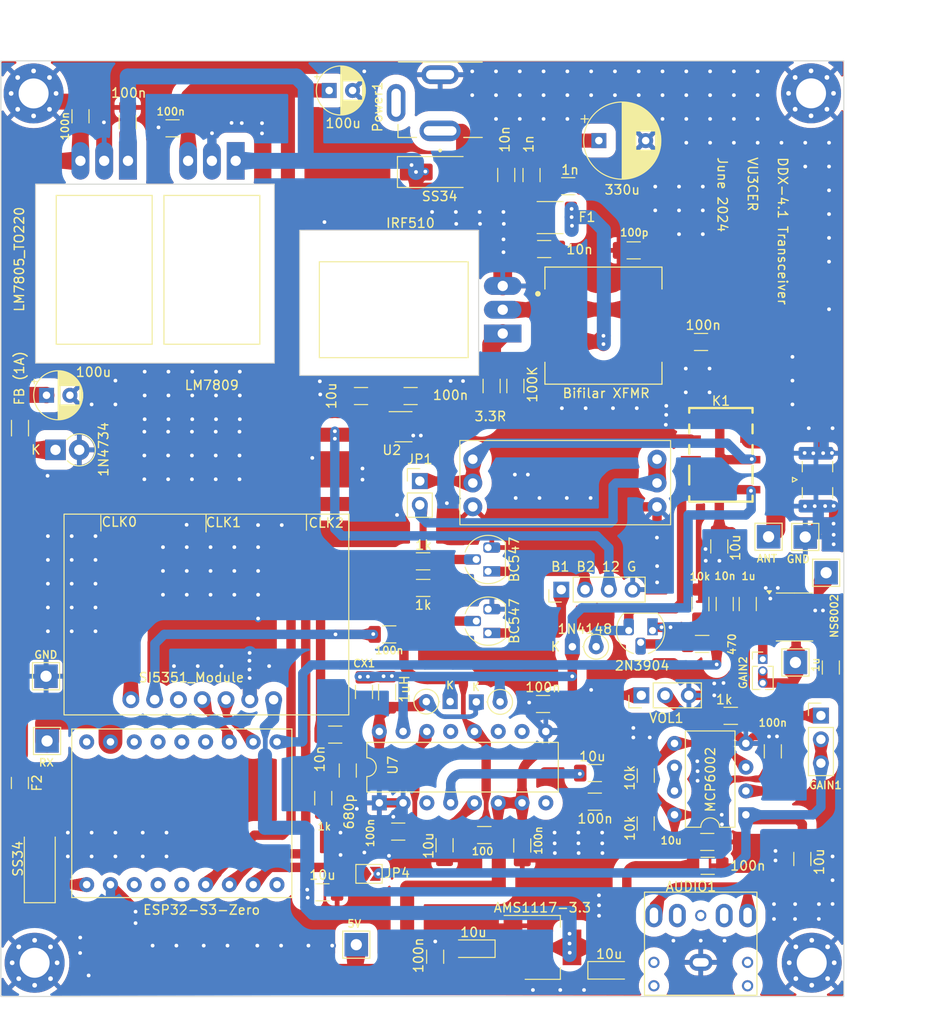
<source format=kicad_pcb>
(kicad_pcb (version 20240225) (generator "pcbnew") (generator_version "8.99")
  (layers (0 "F.Cu" signal) (31 "B.Cu" signal) (35 "F.Paste" user) (37 "F.SilkS" user "F.Silkscreen") (38 "B.Mask" user) (39 "F.Mask" user) (44 "Edge.Cuts" user))
  (net 0 "")
  (net 1 "GND")
  (net 2 "+VDC")
  (net 3 "Net-(C7-Pad2)")
  (net 4 "PTT")
  (net 5 "/DRAIN")
  (net 6 "Net-(Q2-G)")
  (net 7 "+5V")
  (net 8 "12V")
  (net 10 "Net-(D3-A)")
  (net 11 "RX")
  (net 12 "Net-(Q1-B)")
  (net 13 "Net-(U7-AM_OSC)")
  (net 14 "RX_OSC")
  (net 15 "Net-(U7-FM{slash}AM_SW)")
  (net 16 "Net-(C31-Pad1)")
  (net 17 "Net-(D8-A)")
  (net 18 "+3.3V")
  (net 19 "RX_AUDIO")
  (net 20 "Net-(U6-+IN)")
  (net 21 "Net-(U8A-+)")
  (net 22 "Net-(C38-Pad2)")
  (net 23 "SCL")
  (net 24 "SDA")
  (net 25 "Net-(Rin1-Pad2)")
  (net 31 "Net-(U8B--)")
  (net 32 "Net-(U2-OUT)")
  (net 33 "RF_OUT1")
  (net 34 "Net-(D2-K)")
  (net 35 "9v")
  (net 36 "TO_ADC")
  (net 37 "TX_RF")
  (net 38 "G1")
  (net 39 "RX_AFTER_HPF")
  (net 40 "G2")
  (net 41 "Net-(F1-Pad1)")
  (net 42 "Net-(U1-VO)")
  (net 43 "10m")
  (net 44 "20m")
  (net 45 "Net-(Q3-B)")
  (net 46 "Net-(Q4-B)")
  (net 47 "ANTENNA")
  (net 49 "Net-(U7-AGC)")
  (net 50 "Net-(D5-K)")
  (net 51 "RIGHT")
  (net 52 "Net-(U6-VO1)")
  (net 53 "Net-(U6-VO2)")
  (net 60 "Net-(RZ1-RX)")
  (net 61 "Net-(JP4-A)")
  (net 62 "Net-(AUDIO1-PadR)")
  (footprint "Capacitor_SMD:C_1206_3216Metric_Pad1.33x1.80mm_HandSolder" (layer "F.Cu") (at 211.71 92.85 180)
    (property "Reference" "C7" (hide yes))
    (property "Value" "100n")
  )
  (footprint "Package_TO_SOT_THT:TO-220-3_Horizontal_TabDown" (layer "F.Cu") (at 190.536 91.947 90)
    (property "Reference" "Q2" (hide yes))
    (property "Value" "IRF510")
  )
  (footprint "Diode_SMD:D_SMA_Handsoldering" (layer "F.Cu") (at 183.802 74.704315)
    (property "Reference" "D1" (hide yes))
    (property "Value" "SS34")
  )
  (footprint "Capacitor_THT:CP_Radial_D8.0mm_P5.00mm" (layer "F.Cu") (at 200.797349 71.35)
    (property "Reference" "C5" (hide yes))
    (property "Value" "330u")
  )
  (footprint "Capacitor_THT:CP_Radial_D5.0mm_P2.50mm" (layer "F.Cu") (at 172 66)
    (property "Reference" "C14" (hide yes))
    (property "Value" "100u")
  )
  (footprint "Resistor_SMD:R_1206_3216Metric_Pad1.30x1.75mm_HandSolder" (layer "F.Cu") (at 182.03 116.27)
    (property "Reference" "R5" (hide yes))
    (property "Value" "1k")
  )
  (footprint "Package_TO_SOT_SMD:SOT-223-3_TabPin2" (layer "F.Cu") (at 194.78 157.49)
    (property "Reference" "U4" (hide yes))
    (property "Value" "AMS1117-3.3")
  )
  (footprint "Resistor_SMD:R_1206_3216Metric_Pad1.30x1.75mm_HandSolder" (layer "F.Cu") (at 211.64 120.83 90)
    (property "Reference" "R2" (hide yes))
    (property "Value" "10k")
  )
  (footprint "Capacitor_THT:CP_Radial_D5.0mm_P2.50mm" (layer "F.Cu") (at 141.82 98.54)
    (property "Reference" "C44" (hide yes))
    (property "Value" "100u")
  )
  (footprint "TestPoint:TestPoint_THTPad_2.5x2.5mm_Drill1.2mm" (layer "F.Cu") (at 221.79 127.07)
    (property "Reference" "TP7" (hide yes))
    (property "Value" "TestPoint" (hide yes))
  )
  (footprint "Diode_THT:D_DO-41_SOD81_P2.54mm_Vertical_KathodeUp" (layer "F.Cu") (at 142.78 104.37)
    (property "Reference" "D5" (hide yes))
    (property "Value" "1N4734")
  )
  (footprint "MountingHole:MountingHole_3.2mm_M3_Pad_Via" (layer "F.Cu") (at 140.552944 159.132944)
    (property "Reference" "H3" (hide yes))
    (property "Value" "MountingHole_Pad" (hide yes))
  )
  (footprint "Capacitor_SMD:C_1206_3216Metric_Pad1.33x1.80mm_HandSolder" (layer "F.Cu") (at 197.53 76.22)
    (property "Reference" "C17" (hide yes))
    (property "Value" "1n")
  )
  (footprint "Package_TO_SOT_SMD:SOT-23-5_HandSoldering" (layer "F.Cu") (at 179.95 101.9)
    (property "Reference" "U2")
    (property "Value" "UCC27517ADBVR" (hide yes))
  )
  (footprint "Connector_Coaxial:SMA_Samtec_SMA-J-P-H-ST-EM1_EdgeMount" (layer "F.Cu") (at 224.23 107.555)
    (property "Reference" "ANTENNA1" (hide yes))
    (property "Value" "SMA")
  )
  (footprint "Capacitor_SMD:C_1206_3216Metric_Pad1.33x1.80mm_HandSolder" (layer "F.Cu") (at 214.24 120.83 90)
    (property "Reference" "C4" (hide yes))
    (property "Value" "10n")
  )
  (footprint "Resistor_SMD:R_1206_3216Metric_Pad1.30x1.75mm_HandSolder" (layer "F.Cu") (at 191.886 97.55 -90)
    (property "Reference" "R1" (hide yes))
    (property "Value" "100K")
  )
  (footprint "Inductor_SMD:L_1206_3216Metric_Pad1.22x1.90mm_HandSolder" (layer "F.Cu") (at 178.19 130.25 90)
    (property "Reference" "L5" (hide yes))
    (property "Value" "1uH")
  )
  (footprint "Diode_THT:D_DO-35_SOD27_P2.54mm_Vertical_KathodeUp" (layer "F.Cu") (at 197.97 125.39)
    (property "Reference" "D3" (hide yes))
    (property "Value" "1N4148")
  )
  (footprint "footprints:Pluggable-BPF" (layer "F.Cu") (at 196.96 108.04)
    (property "Reference" "BPF2" (hide yes))
    (property "Value" "Pluggable SMD BPF" (hide yes))
  )
  (footprint "Capacitor_SMD:C_1206_3216Metric_Pad1.33x1.80mm_HandSolder" (layer "F.Cu") (at 178.42 124.07 180)
    (property "Reference" "C26" (hide yes))
    (property "Value" "100n")
  )
  (footprint "footprints:XKB_DC-005-5A-2.0_Modded" (layer "F.Cu") (at 183.85 64.3125 -90)
    (property "Reference" "Power1")
    (property "Value" "DC-005 (Barrel Jack)" (hide yes))
  )
  (footprint "Capacitor_SMD:C_1206_3216Metric_Pad1.33x1.80mm_HandSolder" (layer "F.Cu") (at 155.28 70.04 180)
    (property "Reference" "C30" (hide yes))
    (property "Value" "100n")
  )
  (footprint "Connector_PinHeader_2.54mm:PinHeader_1x03_P2.54mm_Vertical" (layer "F.Cu") (at 205.334 130.58 90)
    (property "Reference" "VOL1")
    (property "Value" "10k" (hide yes))
  )
  (footprint "Resistor_SMD:R_1206_3216Metric_Pad1.30x1.75mm_HandSolder" (layer "F.Cu") (at 171.37 141.56 -90)
    (property "Reference" "R7" (hide yes))
    (property "Value" "1k")
  )
  (footprint "footprints:PJ-307_Modded" (layer "F.Cu") (at 211.68 156.09 90)
    (property "Reference" "AUDIO1")
    (property "Value" "AUDIO_OUTPUT_SAFE" (hide yes))
  )
  (footprint "Capacitor_SMD:C_1206_3216Metric_Pad1.33x1.80mm_HandSolder" (layer "F.Cu") (at 145.45 68.75 90)
    (property "Reference" "C9" (hide yes))
    (property "Value" "100n")
  )
  (footprint "Capacitor_SMD:C_1206_3216Metric_Pad1.33x1.80mm_HandSolder" (layer "F.Cu") (at 179.376 145.128)
    (property "Reference" "C29" (hide yes))
    (property "Value" "100n")
  )
  (footprint "Capacitor_SMD:C_1206_3216Metric_Pad1.33x1.80mm_HandSolder" (layer "F.Cu") (at 200.37 141.93 180)
    (property "Reference" "C39" (hide yes))
    (property "Value" "100n")
  )
  (footprint "Capacitor_SMD:C_1206_3216Metric_Pad1.33x1.80mm_HandSolder" (layer "F.Cu") (at 180.7 98.6245)
    (property "Reference" "C16" (hide yes))
    (property "Value" "100n")
  )
  (footprint "Package_DIP:DIP-16_W7.62mm" (layer "F.Cu") (at 177.356 142.058 90)
    (property "Reference" "U7")
    (property "Value" "CD2003GB_GP" (hide yes))
  )
  (footprint "Diode_THT:D_DO-35_SOD27_P2.54mm_Vertical_KathodeUp" (layer "F.Cu") (at 187.714315 131.28)
    (property "Reference" "D9" (hide yes))
    (property "Value" "1N4148" (hide yes))
  )
  (footprint "Capacitor_SMD:C_1206_3216Metric_Pad1.33x1.80mm_HandSolder" (layer "F.Cu") (at 212.3735 146.233)
    (property "Reference" "C42" (hide yes))
    (property "Value" "10u")
  )
  (footprint "MountingHole:MountingHole_3.2mm_M3_Pad_Via" (layer "F.Cu") (at 223.53 159.13)
    (property "Reference" "H4" (hide yes))
    (property "Value" "MountingHole_Pad" (hide yes))
  )
  (footprint "Resistor_SMD:R_1206_3216Metric_Pad1.30x1.75mm_HandSolder" (layer "F.Cu") (at 205.8 144.27 -90)
    (property "Reference" "R11" (hide yes))
    (property "Value" "10k")
  )
  (footprint "Capacitor_SMD:C_1206_3216Metric_Pad1.33x1.80mm_HandSolder" (layer "F.Cu") (at 216.7 120.83 -90)
    (property "Reference" "C2" (hide yes))
    (property "Value" "1u")
  )
  (footprint "TestPoint:TestPoint_THTPad_2.5x2.5mm_Drill1.2mm" (layer "F.Cu") (at 141.77 128.54)
    (property "Reference" "TP2" (hide yes))
    (property "Value" "TestPoint" (hide yes))
  )
  (footprint "Capacitor_SMD:C_1206_3216Metric_Pad1.33x1.80mm_HandSolder" (layer "F.Cu") (at 213.66 114.68 -90)
    (property "Reference" "C13" (hide yes))
    (property "Value" "10u")
  )
  (footprint "Capacitor_SMD:C_1206_3216Metric_Pad1.33x1.80mm_HandSolder" (layer "F.Cu") (at 150.49 69.37 90)
    (property "Reference" "C1" (hide yes))
    (property "Value" "100n")
  )
  (footprint "TestPoint:TestPoint_THTPad_2.5x2.5mm_Drill1.2mm" (layer "F.Cu") (at 218.92 113.65)
    (property "Reference" "TP3" (hide yes))
    (property "Value" "TestPoint" (hide yes))
  )
  (footprint "Resistor_SMD:R_1206_3216Metric_Pad1.30x1.75mm_HandSolder" (layer "F.Cu") (at 205.81 139.146 90)
    (property "Reference" "R10" (hide yes))
    (property "Value" "10k")
  )
  (footprint "footprints:TO-220-3_Horizontal_TabDown" (layer "F.Cu") (at 150.52 73.51 180)
    (property "Reference" "U1" (hide yes))
    (property "Value" "LM7805_TO220")
  )
  (footprint "Package_DIP:DIP-8_W7.62mm" (layer "F.Cu") (at 216.496 143.333 180)
    (property "Reference" "U8" (hide yes))
    (property "Value" "MCP6002")
  )
  (footprint "footprints:IND_SRF1260A-4R7Y-Longer-Pads" (layer "F.Cu") (at 201.29 91.105)
    (property "Reference" "T1" (hide yes))
    (property "Value" "Bifilar XFMR")
  )
  (footprint "Capacitor_SMD:C_1206_3216Metric_Pad1.33x1.80mm_HandSolder" (layer "F.Cu") (at 192.62 146.61 -90)
    (property "Reference" "C37" (hide yes))
    (property "Value" "100n")
  )
  (footprint "Resistor_SMD:R_1206_3216Metric_Pad1.30x1.75mm_HandSolder" (layer "F.Cu") (at 182.04 119.11)
    (property "Reference" "R3" (hide yes))
    (property "Value" "1k")
  )
  (footprint "Capacitor_SMD:C_1206_3216Metric_Pad1.33x1.80mm_HandSolder" (layer "F.Cu") (at 193.61 75.03 90)
    (property "Reference" "C10" (hide yes))
    (property "Value" "1n")
  )
  (footprint "Capacitor_SMD:C_1206_3216Metric_Pad1.33x1.80mm_HandSolder" (layer "F.Cu") (at 172.6475 134.77 180)
    (property "Reference" "C35" (hide yes))
    (property "Value" "10n")
  )
  (footprint "TestPoint:TestPoint_THTPad_2.5x2.5mm_Drill1.2mm" (layer "F.Cu") (at 225.07 117.49)
    (property "Reference" "TP6" (hide yes))
    (property "Value" "TestPoint" (hide yes))
  )
  (footprint "Package_TO_SOT_THT:TO-92_HandSolder" (layer "F.Cu") (at 188.98 123.92 90)
    (property "Reference" "Q3" (hide yes))
    (property "Value" "BC547")
  )
  (footprint "Capacitor_SMD:C_1206_3216Metric_Pad1.33x1.80mm_HandSolder" (layer "F.Cu") (at 184.324 146.5825 -90)
    (property "Reference" "C36" (hide yes))
    (property "Value" " 10u")
  )
  (footprint "Capacitor_Tantalum_SMD:CP_EIA-3216-10_Kemet-I" (layer "F.Cu") (at 201.9375 159.94)
    (property "Reference" "C46" (hide yes))
    (property "Value" "10u")
  )
  (footprint "Capacitor_SMD:C_1206_3216Metric_Pad1.33x1.80mm_HandSolder" (layer "F.Cu") (at 200.37 138.88)
    (property "Reference" "C38" (hide yes))
    (property "Value" "10u")
  )
  (footprint "Capacitor_SMD:C_1206_3216Metric_Pad1.33x1.80mm_HandSolder" (layer "F.Cu") (at 204.5175 83.07 180)
    (property "Reference" "C3" (hide yes))
    (property "Value" "100p")
  )
  (footprint "Capacitor_SMD:C_1206_3216Metric_Pad1.33x1.80mm_HandSolder" (layer "F.Cu") (at 175.4046 98.6245 180)
    (property "Reference" "C23" (hide yes))
    (property "Value" "10u")
  )
  (footprint "Connector_PinHeader_2.54mm:PinHeader_1x04_P2.54mm_Vertical" (layer "F.Cu") (at 196.79 119.29 90)
    (property "Reference" "J2" (hide yes))
    (property "Value" "E-LPF" (hide yes))
  )
  (footprint "Capacitor_SMD:C_1206_3216Metric_Pad1.33x1.80mm_HandSolder" (layer "F.Cu") (at 219.376 136.56 90)
    (property "Reference" "C41" (hide yes))
    (property "Value" "100n")
  )
  (footprint "Capacitor_SMD:C_1206_3216Metric_Pad1.33x1.80mm_HandSolder" (layer "F.Cu") (at 183.32 158.4875 90)
    (property "Reference" "C47" (hide yes))
    (property "Value" "100n")
  )
  (footprint "footprints:ESP32-S3-Zero" (layer "F.Cu") (at 168.02 152.17 90)
    (property "Reference" "RZ1" (hide yes))
    (property "Value" "ESP32-S3-Zero")
  )
  (footprint "Jumper:SolderJumper-2_P1.3mm_Open_TrianglePad1.0x1.5mm" (layer "F.Cu") (at 176.255 149.64)
    (property "Reference" "JP4")
    (property "Value" "Jumper_2_Open" (hide yes))
  )
  (footprint "Capacitor_SMD:C_1206_3216Metric_Pad1.33x1.80mm_HandSolder" (layer "F.Cu") (at 194.96 82.93)
    (property "Reference" "C6" (hide yes))
    (property "Value" "10n")
  )
  (footprint "Capacitor_SMD:C_1206_3216Metric_Pad1.33x1.80mm_HandSolder" (layer "F.Cu") (at 225.57 127.61 90)
    (property "Reference" "C15" (hide yes))
    (property "Value" "1u")
  )
  (footprint "Capacitor_SMD:C_1206_3216Metric_Pad1.33x1.80mm_HandSolder" (layer "F.Cu") (at 222.526 148.0525 -90)
    (property "Reference" "C43" (hide yes))
    (property "Value" "10u")
  )
  (footprint "Connector_PinHeader_2.54mm:PinHeader_1x03_P2.54mm_Vertical" (layer "F.Cu") (at 224.51 132.74)
    (property "Reference" "GAIN1")
    (property "Value" "100k" (hide yes))
  )
  (footprint "MountingHole:MountingHole_3.2mm_M3_Pad_Via" (layer "F.Cu") (at 140.442944 66.312944)
    (property "Reference" "H1" (hide yes))
    (property "Value" "MountingHole_Pad" (hide yes))
  )
  (footprint "Diode_THT:D_DO-35_SOD27_P2.54mm_Vertical_KathodeUp" (layer "F.Cu") (at 184.916 131.248 180)
    (property "Reference" "D8" (hide yes))
    (property "Value" "1N4148" (hide yes))
  )
  (footprint "Capacitor_SMD:C_1206_3216Metric_Pad1.33x1.80mm_HandSolder" (layer "F.Cu") (at 173.99 138.61 -90)
    (property "Reference" "C31" (hide yes))
    (property "Value" "680p")
  )
  (footprint "Connector_PinHeader_1.27mm:PinHeader_1x03_P1.27mm_Vertical" (layer "F.Cu") (at 218.3 126.72)
    (property "Reference" "GAIN2")
    (property "Value" "250k" (hide yes))
  )
  (footprint "Fuse:Fuse_1206_3216Metric_Pad1.42x1.75mm_HandSolder" (layer "F.Cu") (at 138.98 139.9375 -90)
    (property "Reference" "F2")
    (property "Value" "0.5A" (hide yes))
  )
  (footprint "TestPoint:TestPoint_THTPad_2.5x2.5mm_Drill1.2mm" (layer "F.Cu") (at 141.88 135.45)
    (property "Reference" "TP1" (hide yes))
    (property "Value" "TestPoint" (hide yes))
  )
  (footprint "footprints:TO-220-3_Horizontal_TabDown" (layer "F.Cu") (at 162.02 73.51 180)
    (property "Reference" "U3" (hide yes))
    (property "Value" "LM7809")
  )
  (footprint "Capacitor_SMD:C_1206_3216Metric_Pad1.33x1.80mm_HandSolder" (layer "F.Cu") (at 175.72 130.22 90)
    (property "Reference" "CX1")
    (property "Value" "  DNP" (hide yes))
  )
  (footprint "footprints:RELAY-SMD_HFD4-5-SR" (layer "F.Cu") (at 213.8 104.86 90)
    (property "Reference" "K1")
    (property "Value" "HFD4/5-S" (hide yes))
  )
  (footprint "Inductor_SMD:L_1206_3216Metric_Pad1.22x1.90mm_HandSolder" (layer "F.Cu") (at 138.99 102.05 90)
    (property "Reference" "L4" (hide yes))
    (property "Value" "FB (1A)")
  )
  (footprint "Resistor_SMD:R_1206_3216Metric_Pad1.30x1.75mm_HandSolder" (layer "F.Cu") (at 214.884 132.768 180)
    (property "Reference" "Rin1" (hide yes))
    (property "Value" "1k")
  )
  (footprint "Package_SO:SO-8_3.9x4.9mm_P1.27mm" (layer "F.Cu") (at 221.69 122.215)
    (property "Reference" "U6" (hide yes))
    (property "Value" "NS8002")
  )
  (footprint "Fuse:Fuse_1812_4532Metric_Pad1.30x3.40mm_HandSolder" (layer "F.Cu") (at 195.59 79.57 180)
    (property "Reference" "F1")
    (property "Value" "2A" (hide yes))
  )
  (footprint "Capacitor_SMD:C_1206_3216Metric_Pad1.33x1.80mm_HandSolder" (layer "F.Cu") (at 194.84 131.504 180)
    (property "Reference" "C28" (hide yes))
    (property "Value" "100n")
  )
  (footprint "Capacitor_Tantalum_SMD:CP_EIA-3216-10_Kemet-I" (layer "F.Cu") (at 187.41 157.63 180)
    (property "Reference" "C45" (hide yes))
    (property "Value" "10u")
  )
  (footprint "Resistor_SMD:R_1206_3216Metric_Pad1.30x1.75mm_HandSolder" (layer "F.Cu") (at 189.35 97.55 90)
    (property "Reference" "R12" (hide yes))
    (property "Value" "3.3R")
  )
  (footprint "MountingHole:MountingHole_3.2mm_M3_Pad_Via" (layer "F.Cu") (at 223.457056 66.302944)
    (property "Reference" "H2" (hide yes))
    (property "Value" "MountingHole_Pad" (hide yes))
  )
  (footprint "Package_TO_SOT_THT:TO-92_HandSolder" (layer "F.Cu") (at 188.97 117.34 90)
    (property "Reference" "Q4" (hide yes))
    (property "Value" "BC547")
  )
  (footprint "Diode_SMD:D_SMA_Handsoldering" (layer "F.Cu") (at 141.1 148.21 90)
    (property "Reference" "D2" (hide yes))
    (property "Value" "SS34")
  )
  (footprint "Connector_PinHeader_2.54mm:PinHeader_1x02_P2.54mm_Vertical" (layer "F.Cu") (at 181.68 107.7)
    (property "Reference" "JP1")
    (property "Value" "Jumper_2_Open" (hide yes))
  )
  (footprint "Capacitor_SMD:C_1206_3216Metric_Pad1.33x1.80mm_HandSolder" (layer "F.Cu") (at 171.29 151.61 180)
    (property "Reference" "C12" (hide yes))
    (property "Value" "10u")
  )
  (footprint "TestPoint:TestPoint_THTPad_2.5x2.5mm_Drill1.2mm" (layer "F.Cu") (at 174.9 157.2)
    (property "Reference" "TP5" (hide yes))
    (property "Value" "TestPoint")
  )
  (footprint "TestPoint:TestPoint_THTPad_2.5x2.5mm_Drill1.2mm" (layer "F.Cu") (at 222.84 113.67)
    (property "Reference" "TP4" (hide yes))
    (property "Value" "TestPoint" (hide yes))
  )
  (footprint "Resistor_SMD:R_1206_3216Metric_Pad1.30x1.75mm_HandSolder" (layer "F.Cu") (at 211.83 125.09 180)
    (property "Reference" "R4" (hide yes))
    (property "Value" "470")
  )
  (footprint "Package_TO_SOT_THT:TO-92_HandSolder" (layer "F.Cu") (at 206.53 123.66 180)
    (property "Reference" "Q1" (hide yes))
    (property "Value" "2N3904")
  )
  (footprint "Capacitor_SMD:C_1206_3216Metric_Pad1.33x1.80mm_HandSolder" (layer "F.Cu") (at 212.42 148.78)
    (property "Reference" "C25" (hide yes))
    (property "Value" "100n")
  )
  (footprint "Resistor_SMD:R_1206_3216Metric_Pad1.30x1.75mm_HandSolder" (layer "F.Cu") (at 188.564 145.496)
    (property "Reference" "R6" (hide yes))
    (property "Value" "100")
  )
  (footprint "footprints:SI5351 Module" (layer "F.Cu") (at 174.0969 126.0648 180)
    (property "Reference" "U5" (hide yes))
    (property "Value" "SI5351_Module")
  )
  (footprint "Capacitor_SMD:C_1206_3216Metric_Pad1.33x1.80mm_HandSolder" (layer "F.Cu") (at 190.91 75.02 90)
    (property "Reference" "C11" (hide yes))
    (property "Value" "10n")
  )
  (gr_rect (start 136.958 62.835) (end 226.958 162.735) (stroke (width 0.1)) (fill none) (layer "Edge.Cuts"))
  (gr_rect (start 140.65 76) (end 166.15 95.1) (stroke (width 0.1)) (fill none) (layer "Edge.Cuts"))
  (gr_rect (start 168.861 80.922) (end 187.961 96.422) (stroke (width 0.1)) (fill none) (layer "Edge.Cuts"))
  (gr_text "RX" (at 141.8 137.77 0) (layer "F.SilkS") (effects (font (size 0.8 0.8))))
  (gr_text "GND" (at 222.09 116.04 0) (layer "F.SilkS") (effects (font (size 0.8 0.8))))
  (gr_text "DDX-4.1 Transceiver\n\nVU3CER\n\nJune 2024" (at 213.4 73.03 270) (layer "F.SilkS") (effects (font (size 1 1)) (justify left bottom)))
  (gr_text "B1 B2 12 G" (at 200.25 116.85 0) (layer "F.SilkS") (effects (font (size 1 1))))
  (gr_text "5V" (at 174.68 154.97 0) (layer "F.SilkS") (effects (font (size 0.8 0.8))))
  (gr_text "ANT" (at 218.74 115.98 0) (layer "F.SilkS") (effects (font (size 0.8 0.8))))
  (gr_text "GND" (at 141.75 126.25 0) (layer "F.SilkS") (effects (font (size 0.8 0.8))))
  (segment (start 218.9525 134.9975) (end 217.2115 134.9975) (width 0.75) (layer "F.Cu") (net 1))
  (segment (start 207.01 110.45) (end 207.01 118.97) (width 1) (layer "F.Cu") (net 1))
  (segment (start 214.75 133.967) (end 216.496 135.713) (width 1) (layer "F.Cu") (net 1))
  (segment (start 213.936 146.233) (end 213.936 147.64) (width 0.5) (layer "F.Cu") (net 1))
  (segment (start 163.5305 122.32) (end 163.5305 119.898) (width 1.5) (layer "F.Cu") (net 1))
  (segment (start 151.33 153.47) (end 151.33 154.9) (width 1) (layer "F.Cu") (net 1))
  (segment (start 224.23 111.3) (end 224.23 112.28) (width 1) (layer "F.Cu") (net 1))
  (segment (start 219.11 119.28) (end 219.74 119.28) (width 1) (layer "F.Cu") (net 1))
  (segment (start 163.47 119.8375) (end 164.417381 119.8375) (width 2) (layer "F.Cu") (net 1))
  (segment (start 207.95 102.97) (end 208.2 103.22) (width 1) (layer "F.Cu") (net 1))
  (segment (start 179.896 142.494) (end 178.85 143.54) (width 0.5) (layer "F.Cu") (net 1))
  (segment (start 163.588 122.3775) (end 163.5305 122.32) (width 2) (layer "F.Cu") (net 1))
  (segment (start 213.936 146.233) (end 213.936 148.7335) (width 0.5) (layer "F.Cu") (net 1))
  (segment (start 161.877381 119.8375) (end 163.47 119.8375) (width 2) (layer "F.Cu") (net 1))
  (segment (start 190.536 86.867) (end 190.536 80.354) (width 2) (layer "F.Cu") (net 1))
  (segment (start 214.65 130.58) (end 214.75 130.68) (width 1) (layer "F.Cu") (net 1))
  (segment (start 212.21 116.21) (end 213.6275 116.21) (width 1) (layer "F.Cu") (net 1))
  (segment (start 164.417381 122.3775) (end 163.588 122.3775) (width 2) (layer "F.Cu") (net 1))
  (segment (start 181.79 102.84) (end 181.79 102.18) (width 0.75) (layer "F.Cu") (net 1))
  (segment (start 225.87 110.35) (end 225.87 112.24) (width 1) (layer "F.Cu") (net 1))
  (segment (start 212.21 118.71) (end 211.64 119.28) (width 1) (layer "F.Cu") (net 1))
  (segment (start 191.63 155.19) (end 191.0975 155.7225) (width 0.75) (layer "F.Cu") (net 1))
  (segment (start 213.12 130.58) (end 214.65 130.58) (width 1) (layer "F.Cu") (net 1))
  (segment (start 186.06 157.63) (end 184.025 157.63) (width 1) (layer "F.Cu") (net 1))
  (segment (start 224.24 102.52) (end 224.23 102.53) (width 1) (layer "F.Cu") (net 1))
  (segment (start 191.0975 155.7225) (end 185.8475 155.7225) (width 0.75) (layer "F.Cu") (net 1))
  (segment (start 214.75 133.967) (end 214.75 130.68) (width 0.75) (layer "F.Cu") (net 1))
  (segment (start 212.21 116.21) (end 212.21 117.78) (width 1) (layer "F.Cu") (net 1))
  (segment (start 207.95 101.69) (end 207.95 99.72) (width 1) (layer "F.Cu") (net 1))
  (segment (start 181.79 102.18) (end 181.56 101.95) (width 0.75) (layer "F.Cu") (net 1))
  (segment (start 212.21 117.78) (end 212.21 118.71) (width 1) (layer "F.Cu") (net 1))
  (segment (start 210.414 130.58) (end 213.12 130.58) (width 1) (layer "F.Cu") (net 1))
  (segment (start 224.24 102.0575) (end 224.24 102.52) (width 1) (layer "F.Cu") (net 1))
  (segment (start 163.5305 119.898) (end 163.47 119.8375) (width 1.5) (layer "F.Cu") (net 1))
  (segment (start 219.11 120.25) (end 219.11 119.28) (width 1) (layer "F.Cu") (net 1))
  (segment (start 207.95 101.69) (end 207.95 102.97) (width 1) (layer "F.Cu") (net 1))
  (segment (start 184.025 157.63) (end 183.33 156.935) (width 1) (layer "F.Cu") (net 1))
  (segment (start 211.64 119.28) (end 219.11 119.28) (width 1) (layer "F.Cu") (net 1))
  (segment (start 208.45 123.31) (end 207.5 123.31) (width 1) (layer "F.Cu") (net 1))
  (segment (start 213.92 143.33) (end 213.92 146.217) (width 1.5) (layer "F.Cu") (net 1))
  (segment (start 207.01 110.45) (end 200.857219 110.45) (width 1) (layer "F.Cu") (net 1))
  (segment (start 181.56 101.95) (end 178.6 101.95) (width 0.75) (layer "F.Cu") (net 1))
  (segment (start 217.2115 134.9975) (end 216.496 135.713) (width 0.75) (layer "F.Cu") (net 1))
  (segment (start 200.857219 110.45) (end 199.917219 109.51) (width 1) (layer "F.Cu") (net 1))
  (segment (start 212.21 116.21) (end 212.21 114.98) (width 1) (layer "F.Cu") (net 1))
  (segment (start 224.23 102.53) (end 224.23 104.73) (width 1) (layer "F.Cu") (net 1))
  (segment (start 147.98 73.51) (end 147.98 69.43) (width 1.7) (layer "F.Cu") (net 1))
  (segment (start 223.2146 102.0575) (end 224.24 102.0575) (width 1) (layer "F.Cu") (net 1))
  (segment (start 224.23 110.38) (end 224.23 111.3) (width 1) (layer "F.Cu") (net 1))
  (segment (start 224.24 102.0575) (end 225.7546 102.0575) (width 1) (layer "F.Cu") (net 1))
  (segment (start 148.65 150.79) (end 151.33 153.47) (width 1) (layer "F.Cu") (net 1))
  (segment (start 177.356 142.058) (end 179.896 142.058) (width 1) (layer "F.Cu") (net 1))
  (segment (start 213.92 146.217) (end 213.936 146.233) (width 1.5) (layer "F.Cu") (net 1))
  (segment (start 163.5305 131.0432) (end 163.5305 125.17) (width 1.5) (layer "F.Cu") (net 1))
  (segment (start 208.2 103.22) (end 210.62 103.22) (width 1) (layer "F.Cu") (net 1))
  (segment (start 207.5 123.31) (end 206.88 123.31) (width 1) (layer "F.Cu") (net 1))
  (segment (start 214.0735 147.7775) (end 213.936 147.64) (width 0.5) (layer "F.Cu") (net 1))
  (segment (start 206.88 123.31) (end 206.53 123.66) (width 1) (layer "F.Cu") (net 1))
  (segment (start 145.45 67.1875) (end 141.3175 67.1875) (width 1.7) (layer "F.Cu") (net 1))
  (segment (start 163.5305 125.17) (end 163.5305 122.32) (width 1.5) (layer "F.Cu") (net 1))
  (segment (start 224.23 112.28) (end 222.84 113.67) (width 1) (layer "F.Cu") (net 1))
  (segment (start 185.8475 155.7225) (end 185.8475 157.63) (width 0.75) (layer "F.Cu") (net 1))
  (segment (start 225.87 112.24) (end 225.86 112.25) (width 1) (layer "F.Cu") (net 1))
  (via (at 217.757381 69.0375) (size 0.8) (drill 0.4) (layers "F.Cu" "B.Cu") (net 1))
  (via (at 163.51 126.05) (size 0.8) (drill 0.4) (layers "F.Cu" "B.Cu") (net 1))
  (via (at 213.67 116.21) (size 0.8) (drill 0.4) (layers "F.Cu" "B.Cu") (net 1))
  (via (at 190.65 80.24) (size 0.8) (drill 0.4) (layers "F.Cu" "B.Cu") (net 1))
  (via (at 224.75 104.72) (size 0.8) (drill 0.4) (layers "F.Cu" "B.Cu") (net 1))
  (via (at 162.46 96.02) (size 0.8) (drill 0.4) (layers "F.Cu" "B.Cu") (net 1))
  (via (at 194.897381 69.0375) (size 0.8) (drill 0.4) (layers "F.Cu" "B.Cu") (net 1))
  (via (at 152.3 96.02) (size 0.8) (drill 0.4) (layers "F.Cu" "B.Cu") (net 1))
  (via (at 225.87 110.35) (size 0.8) (drill 0.4) (layers "F.Cu" "B.Cu") (net 1))
  (via (at 206.23175 135.0775) (size 0.8) (drill 0.4) (layers "F.Cu" "B.Cu") (net 1))
  (via (at 225.7546 102.0575) (size 0.8) (drill 0.4) (layers "F.Cu" "B.Cu") (net 1))
  (via (at 163.49 126.88) (size 0.8) (drill 0.4) (layers "F.Cu" "B.Cu") (net 1))
  (via (at 225.87 114.45) (size 0.8) (drill 0.4) (layers "F.Cu" "B.Cu") (net 1))
  (via (at 225.377381 81.7375) (size 0.8) (drill 0.4) (layers "F.Cu" "B.Cu") (net 1))
  (via (at 174.9546 142.6975) (size 0.8) (drill 0.4) (layers "F.Cu" "B.Cu") (net 1))
  (via (at 207.95 101.69) (size 0.8) (drill 0.4) (layers "F.Cu" "B.Cu") (net 1))
  (via (at 198.61175 145.2375) (size 0.8) (drill 0.4) (layers "F.Cu" "B.Cu") (net 1))
  (via (at 149.177381 145.2375) (size 0.8) (drill 0.4) (layers "F.Cu" "B.Cu") (net 1))
  (via (at 215.217381 63.9575) (size 0.8) (drill 0.4) (layers "F.Cu" "B.Cu") (net 1))
  (via (at 154.84 101.1) (size 0.8) (drill 0.4) (layers "F.Cu" "B.Cu") (net 1))
  (via (at 190.6166 81.895) (size 0.8) (drill 0.4) (layers "F.Cu" "B.Cu") (net 1))
  (via (at 220.297381 71.5775) (size 0.8) (drill 0.4) (layers "F.Cu" "B.Cu") (net 1))
  (via (at 164.417381 117.2975) (size 0.8) (drill 0.4) (layers "F.Cu" "B.Cu") (net 1))
  (via (at 198.62 146.38) (size 0.8) (drill 0.4) (layers "F.Cu" "B.Cu") (net 1))
  (via (at 166.94 112.4) (size 0.8) (drill 0.4) (layers "F.Cu" "B.Cu") (net 1))
  (via (at 213.94 144.36) (size 0.8) (drill 0.4) (layers "F.Cu" "B.Cu") (net 1))
  (via (at 199.917219 109.51) (size 0.8) (drill 0.4) (layers "F.Cu" "B.Cu") (net 1))
  (via (at 154.6346 147.7775) (size 0.8) (drill 0.4) (layers "F.Cu" "B.Cu") (net 1))
  (via (at 200.82 153) (size 0.8) (drill 0.4) (layers "F.Cu" "B.Cu") (net 1))
  (via (at 144.51 116.12) (size 0.8) (drill 0.4) (layers "F.Cu" "B.Cu") (net 1))
  (via (at 152.3 98.56) (size 0.8) (drill 0.4) (layers "F.Cu" "B.Cu") (net 1))
  (via (at 192.357381 66.4975) (size 0.8) (drill 0.4) (layers "F.Cu" "B.Cu") (net 1))
  (via (at 223.9 121.52) (size 0.8) (drill 0.4) (layers "F.Cu" "B.Cu") (net 1))
  (via (at 162.46 98.56) (size 0.8) (drill 0.4) (layers "F.Cu" "B.Cu") (net 1))
  (via (at 160.51175 127.4575) (size 0.8) (drill 0.4) (layers "F.Cu" "B.Cu") (net 1))
  (via (at 221.47175 99.5175) (size 0.8) (drill 0.4) (layers "F.Cu" "B.Cu") (net 1))
  (via (at 156.797381 117.2975) (size 0.8) (drill 0.4) (layers "F.Cu" "B.Cu") (net 1))
  (via (at 185.57 80.24) (size 0.8) (drill 0.4) (layers "F.Cu" "B.Cu") (net 1))
  (via (at 146.637381 99.5175) (size 0.8) (drill 0.4) (layers "F.Cu" "B.Cu") (net 1))
  (via (at 218.97 134.98) (size 0.8) (drill 0.4) (layers "F.Cu" "B.Cu") (net 1))
  (via (at 212.21 116.21) (size 0.8) (drill 0.4) (layers "F.Cu" "B.Cu") (net 1))
  (via (at 199.977381 129.9975) (size 0.8) (drill 0.4) (layers "F.Cu" "B.Cu") (net 1))
  (via (at 146.32 160.49) (size 0.8) (drill 0.4) (layers "F.Cu" "B.Cu") (net 1))
  (via (at 207.02 118.52) (size 0.8) (drill 0.4) (layers "F.Cu" "B.Cu") (net 1))
  (via (at 144.51 123.74) (size 0.8) (drill 0.4) (layers "F.Cu" "B.Cu") (net 1))
  (via (at 223.2146 102.0575) (size 0.8) (drill 0.4) (layers "F.Cu" "B.Cu") (net 1))
  (via (at 200.81 151.93) (size 0.8) (drill 0.4) (layers "F.Cu" "B.Cu") (net 1))
  (via (at 217.757381 66.4975) (size 0.8) (drill 0.4) (layers "F.Cu" "B.Cu") (net 1))
  (via (at 159.89 104.97) (size 0.8) (drill 0.4) (layers "F.Cu" "B.Cu") (net 1))
  (via (at 213.12 129.31) (size 0.8) (drill 0.4) (layers "F.Cu" "B.Cu") (net 1))
  (via (at 182.99 78.97) (size 0.8) (drill 0.4) (layers "F.Cu" "B.Cu") (net 1))
  (via (at 210.137381 69.0375) (size 0.8) (drill 0.4) (layers "F.Cu" "B.Cu") (net 1))
  (via (at 201.16 146.38) (size 0.8) (drill 0.4) (layers "F.Cu" "B.Cu") (net 1))
  (via (at 141.97 121.2) (size 0.8) (drill 0.4) (layers "F.Cu" "B.Cu") (net 1))
  (via (at 164.83 69.49) (size 0.8) (drill 0.4) (layers "F.Cu" "B.Cu") (net 1))
  (via (at 225.87 113.43) (size 0.8) (drill 0.4) (layers "F.Cu" "B.Cu") (net 1))
  (via (at 219.82 134.96) (size 0.8) (drill 0.4) (layers "F.Cu" "B.Cu") (net 1))
  (via (at 211.34 138.68) (size 0.8) (drill 0.4) (layers "F.Cu" "B.Cu") (net 1))
  (via (at 225.377381 71.5775) (size 0.8) (drill 0.4) (layers "F.Cu" "B.Cu") (net 1))
  (via (at 191.92 109.51) (size 0.8) (drill 0.4) (layers "F.Cu" "B.Cu") (net 1))
  (via (at 207 113.74) (size 0.8) (drill 0.4) (layers "F.Cu" "B.Cu") (net 1))
  (via (at 175.56 106.36) (size 0.8) (drill 0.4) (layers "F.Cu" "B.Cu") (net 1))
  (via (at 175.75175 63.9575) (size 0.8) (drill 0.4) (layers "F.Cu" "B.Cu") (net 1))
  (via (at 198.64 147.42) (size 0.8) (drill 0.4) (layers "F.Cu" "B.Cu") (net 1))
  (via (at 213.12 130.58) (size 0.8) (drill 0.4) (layers "F.Cu" "B.Cu") (net 1))
  (via (at 207.597381 63.9575) (size 0.8) (drill 0.4) (layers "F.Cu" "B.Cu") (net 1))
  (via (at 169.787219 157.3) (size 0.8) (drill 0.4) (layers "F.Cu" "B.Cu") (net 1))
  (via (at 184.57 110.06) (size 0.8) (drill 0.4) (layers "F.Cu" "B.Cu") (net 1))
  (via (at 161.147219 157.3) (size 0.8) (drill 0.4) (layers "F.Cu" "B.Cu") (net 1))
  (via (at 212.677381 66.4975) (size 0.8) (drill 0.4) (layers "F.Cu" "B.Cu") (net 1))
  (via (at 171.006 97.052) (size 0.8) (drill 0.4) (layers "F.Cu" "B.Cu") (net 1))
  (via (at 144.51 121.2) (size 0.8) (drill 0.4) (layers "F.Cu" "B.Cu") (net 1))
  (via (at 207.5 123.31) (size 0.8) (drill 0.4) (layers "F.Cu" "B.Cu") (net 1))
  (via (at 189.817381 63.9575) (size 0.8) (drill 0.4) (layers "F.Cu" "B.Cu") (net 1))
  (via (at 223.85 110.38) (size 0.8) (drill 0.4) (layers "F.Cu" "B.Cu") (net 1))
  (via (at 224.297219 152.87) (size 0.8) (drill 0.4) (layers "F.Cu" "B.Cu") (net 1))
  (via (at 213.92 143.33) (size 0.8) (drill 0.4) (layers "F.Cu" "B.Cu") (net 1))
  (via (at 217.757381 71.5775) (size 0.8) (drill 0.4) (layers "F.Cu" "B.Cu") (net 1))
  (via (at 152.0946 147.7775) (size 0.8) (drill 0.4) (layers "F.Cu" "B.Cu") (net 1))
  (via (at 196.1 147.42) (size 0.8) (drill 0.4) (layers "F.Cu" "B.Cu") (net 1))
  (via (at 170.2 105.23) (size 0.8) (drill 0.4) (layers "F.Cu" "B.Cu") (net 1))
  (via (at 225.86 112.25) (size 0.8) (drill 0.4) (layers "F.Cu" "B.Cu") (net 1))
  (via (at 199.39 99.92) (size 0.8) (drill 0.4) (layers "F.Cu" "B.Cu") (net 1))
  (via (at 225.377381 79.1975) (size 0.8) (drill 0.4) (layers "F.Cu" "B.Cu") (net 1))
  (via (at 222.81 110.39) (size 0.8) (drill 0.4) (layers "F.Cu" "B.Cu") (net 1))
  (via (at 159.92 96.02) (size 0.8) (drill 0.4) (layers "F.Cu" "B.Cu") (net 1))
  (via (at 156.78 112.37) (size 0.8) (drill 0.4) (layers "F.Cu" "B.Cu") (net 1))
  (via (at 178.39 147.71) (size 0.8) (drill 0.4) (layers "F.Cu" "B.Cu") (net 1))
  (via (at 144.51 118.66) (size 0.8) (drill 0.4) (layers "F.Cu" "B.Cu") (net 1))
  (via (at 144.097381 145.2375) (size 0.8) (drill 0.4) (layers "F.Cu" "B.Cu") (net 1))
  (via (at 188.07 78.97) (size 0.8) (drill 0.4) (layers "F.Cu" "B.Cu") (net 1))
  (via (at 161.877381 117.2975) (size 0.8) (drill 0.4) (layers "F.Cu" "B.Cu") (net 1))
  (via (at 141.97 113.58) (size 0.8) (drill 0.4) (layers "F.Cu" "B.Cu") (net 1))
  (via (at 147.05 116.12) (size 0.8) (drill 0.4) (layers "F.Cu" "B.Cu") (net 1))
  (via (at 154.257381 119.8375) (size 0.8) (drill 0.4) (layers "F.Cu" "B.Cu") (net 1))
  (via (at 173.22 147.62) (size 0.8) (drill 0.4) (layers "F.Cu" "B.Cu") (net 1))
  (via (at 187.277381 66.4975) (size 0.8) (drill 0.4) (layers "F.Cu" "B.Cu") (net 1))
  (via (at 186.296 97.022) (size 0.8) (drill 0.4) (layers "F.Cu" "B.Cu") (net 1))
  (via (at 211.9 76.26) (size 0.8) (drill 0.4) (layers "F.Cu" "B.Cu") (net 1))
  (via (at 175.56 107.55) (size 0.8) (drill 0.4) (layers "F.Cu" "B.Cu") (net 1))
  (via (at 181.79 102.84) (size 0.8) (drill 0.4) (layers "F.Cu" "B.Cu") (net 1))
  (via (at 225.377381 84.2775) (size 0.8) (drill 0.4) (layers "F.Cu" "B.Cu") (net 1))
  (via (at 162.46 101.1) (size 0.8) (drill 0.4) (layers "F.Cu" "B.Cu") (net 1))
  (via (at 212.19 114.96) (size 0.8) (drill 0.4) (layers "F.Cu" "B.Cu") (net 1))
  (via (at 149.177381 99.5175) (size 0.8) (drill 0.4) (layers "F.Cu" "B.Cu") (net 1))
  (via (at 212.677381 71.5775) (size 0.8) (drill 0.4) (layers "F.Cu" "B.Cu") (net 1))
  (via (at 164.33 157.3) (size 0.8) (drill 0.4) (layers "F.Cu" "B.Cu") (net 1))
  (via (at 193.36 131.35) (size 0.8) (drill 0.4) (layers "F.Cu" "B.Cu") (net 1))
  (via (at 224.96 110.37) (size 0.8) (drill 0.4) (layers "F.Cu" "B.Cu") (net 1))
  (via (at 162.67 69.48) (size 0.8) (drill 0.4) (layers "F.Cu" "B.Cu") (net 1))
  (via (at 175.76 147.36) (size 0.8) (drill 0.4) (layers "F.Cu" "B.Cu") (net 1))
  (via (at 210.08 95.69) (size 0.8) (drill 0.4) (layers "F.Cu" "B.Cu") (net 1))
  (via (at 207.597381 69.0375) (size 0.8) (drill 0.4) (layers "F.Cu" "B.Cu") (net 1))
  (via (at 225.7546 147.7775) (size 0.8) (drill 0.4) (layers "F.Cu" "B.Cu") (net 1))
  (via (at 221.757219 152.87) (size 0.8) (drill 0.4) (layers "F.Cu" "B.Cu") (net 1))
  (via (at 197.437381 63.9575) (size 0.8) (drill 0.4) (layers "F.Cu" "B.Cu") (net 1))
  (via (at 141.97 116.12) (size 0.8) (drill 0.4) (layers "F.Cu" "B.Cu") (net 1))
  (via (at 165.59175 127.4575) (size 0.8) (drill 0.4) (layers "F.Cu" "B.Cu") (net 1))
  (via (at 214.11 129.26) (size 0.8) (drill 0.4) (layers "F.Cu" "B.Cu") (net 1))
  (via (at 211.31175 137.6175) (size 0.8) (drill 0.4) (layers "F.Cu" "B.Cu") (net 1))
  (via (at 161.877381 114.7575) (size 0.8) (drill 0.4) (layers "F.Cu" "B.Cu") (net 1))
  (via (at 152.27 107.51) (size 0.8) (drill 0.4) (layers "F.Cu" "B.Cu") (net 1))
  (via (at 215.217381 69.0375) (size 0.8) (drill 0.4) (layers "F.Cu" "B.Cu") (net 1))
  (via (at 156.797381 119.8375) (size 0.8) (drill 0.4) (layers "F.Cu" "B.Cu") (net 1))
  (via (at 204.48 135.08) (size 0.8) (drill 0.4) (layers "F.Cu" "B.Cu") (net 1))
  (via (at 162.43 107.51) (size 0.8) (drill 0.4) (layers "F.Cu" "B.Cu") (net 1))
  (via (at 224.73 121.52) (size 0.8) (drill 0.4) (layers "F.Cu" "B.Cu") (net 1))
  (via (at 204.847219 99.92) (size 0.8) (drill 0.4) (layers "F.Cu" "B.Cu") (net 1))
  (via (at 208.45 123.31) (size 0.8) (drill 0.4) (layers "F.Cu" "B.Cu") (net 1))
  (via (at 151.33 153.68) (size 0.8) (drill 0.4) (layers "F.Cu" "B.Cu") (net 1))
  (via (at 190.61 78.97) (size 0.8) (drill 0.4) (layers "F.Cu" "B.Cu") (net 1))
  (via (at 210.08 98.23) (size 0.8) (drill 0.4) (layers "F.Cu" "B.Cu") (net 1))
  (via (at 197.437381 69.0375) (size 0.8) (drill 0.4) (layers "F.Cu" "B.Cu") (net 1))
  (via (at 154.81 102.43) (size 0.8) (drill 0.4) (layers "F.Cu" "B.Cu") (net 1))
  (via (at 154.257381 114.7575) (size 0.8) (drill 0.4) (layers "F.Cu" "B.Cu") (net 1))
  (via (at 164.417381 122.3775) (size 0.8) (drill 0.4) (layers "F.Cu" "B.Cu") (net 1))
  (via (at 149.177381 96.9775) (size 0.8) (drill 0.4) (layers "F.Cu" "B.Cu") (net 1))
  (via (at 147.05 123.74) (size 0.8) (drill 0.4) (layers "F.Cu" "B.Cu") (net 1))
  (via (at 196.85 99.92) (size 0.8) (drill 0.4) (layers "F.Cu" "B.Cu") (net 1))
  (via (at 159.49 70.56) (size 0.8) (drill 0.4) (layers "F.Cu" "B.Cu") (net 1))
  (via (at 149.177381 147.7775) (size 0.8) (drill 0.4) (layers "F.Cu" "B.Cu") (net 1))
  (via (at 155.69 157.3) (size 0.8) (drill 0.4) (layers "F.Cu" "B.Cu") (net 1))
  (via (at 192.357381 69.0375) (size 0.8) (drill 0.4) (layers "F.Cu" "B.Cu") (net 1))
  (via (at 147.95 69.4) (size 0.8) (drill 0.4) (layers "F.Cu" "B.Cu") (net 1))
  (via (at 157.38 101.1) (size 0.8) (drill 0.4) (layers "F.Cu" "B.Cu") (net 1))
  (via (at 207.99 100.63) (size 0.8) (drill 0.4) (layers "F.Cu" "B.Cu") (net 1))
  (via (at 162.43 104.97) (size 0.8) (drill 0.4) (layers "F.Cu" "B.Cu") (net 1))
  (via (at 221.47175 94.4375) (size 0.8) (drill 0.4) (layers "F.Cu" "B.Cu") (net 1))
  (via (at 144.097381 147.7775) (size 0.8) (drill 0.4) (layers "F.Cu" "B.Cu") (net 1))
  (via (at 219.91 119.11) (size 0.8) (drill 0.4) (layers "F.Cu" "B.Cu") (net 1))
  (via (at 207.02 116.78) (size 0.8) (drill 0.4) (layers "F.Cu" "B.Cu") (net 1))
  (via (at 161.58 69.46) (size 0.8) (drill 0.4) (layers "F.Cu" "B.Cu") (net 1))
  (via (at 208 99.67) (size 0.8) (drill 0.4) (layers "F.Cu" "B.Cu") (net 1))
  (via (at 206.82 78.8) (size 0.8) (drill 0.4) (layers "F.Cu" "B.Cu") (net 1))
  (via (at 184.97 97.01) (size 0.8) (drill 0.4) (layers "F.Cu" "B.Cu") (net 1))
  (via (at 173.21175 145.2375) (size 0.8) (drill 0.4) (layers "F.Cu" "B.Cu") (net 1))
  (via (at 154.84 98.56) (size 0.8) (drill 0.4) (layers "F.Cu" "B.Cu") (net 1))
  (via (at 208.76 156.77) (size 0.8) (drill 0.4) (layers "F.Cu" "B.Cu") (net 1))
  (via (at 219.5 152.87) (size 0.8) (drill 0.4) (layers "F.Cu" "B.Cu") (net 1))
  (via (at 152.0946 145.2375) (size 0.8) (drill 0.4) (layers "F.Cu" "B.Cu") (net 1))
  (via (at 157.35 104.97) (size 0.8) (drill 0.4) (layers "F.Cu" "B.Cu") (net 1))
  (via (at 215.217381 66.4975) (size 0.8) (drill 0.4) (layers "F.Cu" "B.Cu") (net 1))
  (via (at 222.77 104.7) (size 0.8) (drill 0.4) (layers "F.Cu" "B.Cu") (net 1))
  (via (at 141.97 118.66) (size 0.8) (drill 0.4) (layers "F.Cu" "B.Cu") (net 1))
  (via (at 212.677381 69.0375) (size 0.8) (drill 0.4) (layers "F.Cu" "B.Cu") (net 1))
  (via (at 180.98 102.84) (size 0.8) (drill 0.4) (layers "F.Cu" "B.Cu") (net 1))
  (via (at 164.83 70.58) (size 0.8) (drill 0.4) (layers "F.Cu" "B.Cu") (net 1))
  (via (at 202.517381 66.4975) (size 0.8) (drill 0.4) (layers "F.Cu" "B.Cu") (net 1))
  (via (at 199.217219 162.04) (size 0.8) (drill 0.4) (layers "F.Cu" "B.Cu") (net 1))
  (via (at 157.35 107.51) (size 0.8) (drill 0.4) (layers "F.Cu" "B.Cu") (net 1))
  (via (at 157.38 96.02) (size 0.8) (drill 0.4) (layers "F.Cu" "B.Cu") (net 1))
  (via (at 152.27 104.97) (size 0.8) (drill 0.4) (layers "F.Cu" "B.Cu") (net 1))
  (via (at 155.43175 127.4575) (size 0.8) (drill 0.4) (layers "F.Cu" "B.Cu") (net 1))
  (via (at 145.42 156.44) (size 0.8) (drill 0.4) (layers "F.Cu" "B.Cu") (net 1))
  (via (at 223.7 104.73) (size 0.8) (drill 0.4) (layers "F.Cu" "B.Cu") (net 1))
  (via (at 225.377381 74.1175) (size 0.8) (drill 0.4) (layers "F.Cu" "B.Cu") (net 1))
  (via (at 179.25 111.32) (size 0.8) (drill 0.4) (layers "F.Cu" "B.Cu") (net 1))
  (via (at 190.6166 83.2666) (size 0.8) (drill 0.4) (layers "F.Cu" "B.Cu") (net 1))
  (via (at 206.82 76.26) (size 0.8) (drill 0.4) (layers "F.Cu" "B.Cu") (net 1))
  (via (at 222.837381 74.1175) (size 0.8) (drill 0.4) (layers "F.Cu" "B.Cu") (net 1))
  (via (at 146.637381 145.2375) (size 0.8) (drill 0.4) (layers "F.Cu" "B.Cu") (net 1))
  (via (at 225.377381 76.6575) (size 0.8) (drill 0.4) (layers "F.Cu" "B.Cu") (net 1))
  (via (at 193.22 107.01) (size 0.8) (drill 0.4) (layers "F.Cu" "B.Cu") (net 1))
  (via (at 218.62 119.11) (size 0.8) (drill 0.4) (layers "F.Cu" "B.Cu") (net 1))
  (via (at 219.66 148.21) (size 0.8) (drill 0.4) (layers "F.Cu" "B.Cu") (net 1))
  (via (at 225.377381 89.3575) (size 0.8) (drill 0.4) (layers "F.Cu" "B.Cu") (net 1))
  (via (at 209.36 78.8) (size 0.8) (drill 0.4) (layers "F.Cu" "B.Cu") (net 1))
  (via (at 211.677219 156.77) (size 0.8) (drill 0.4) (layers "F.Cu" "B.Cu") (net 1))
  (via (at 154.84 96.02) (size 0.8) (drill 0.4) (layers "F.Cu" "B.Cu") (net 1))
  (via (at 154.81 107.51) (size 0.8) (drill 0.4) (layers "F.Cu" "B.Cu") (net 1))
  (via (at 152.27 102.43) (size 0.8) (drill 0.4) (layers "F.Cu" "B.Cu") (net 1))
  (via (at 154.6346 145.2375) (size 0.8) (drill 0.4) (layers "F.Cu" "B.Cu") (net 1))
  (via (at 164.417381 119.8375) (size 0.8) (drill 0.4) (layers "F.Cu" "B.Cu") (net 1))
  (via (at 201.18 147.42) (size 0.8) (drill 0.4) (layers "F.Cu" "B.Cu") (net 1))
  (via (at 189.817381 69.0375) (size 0.8) (drill 0.4) (layers "F.Cu" "B.Cu") (net 1))
  (via (at 202.517381 63.9575) (size 0.8) (drill 0.4) (layers "F.Cu" "B.Cu") (net 1))
  (via (at 210.137381 66.4975) (size 0.8) (drill 0.4) (layers "F.Cu" "B.Cu") (net 1))
  (via (at 191.83 107.01) (size 0.8) (drill 0.4) (layers "F.Cu" "B.Cu") (net 1))
  (via (at 146.637381 147.7775) (size 0.8) (drill 0.4) (layers "F.Cu" "B.Cu") (net 1))
  (via (at 204.48 134.06) (size 0.8) (drill 0.4) (layers "F.Cu" "B.Cu") (net 1))
  (via (at 211.9 78.8) (size 0.8) (drill 0.4) (layers "F.Cu" "B.Cu") (net 1))
  (via (at 154.81 104.97) (size 0.8) (drill 0.4) (layers "F.Cu" "B.Cu") (net 1))
  (via (at 164.41 112.4) (size 0.8) (drill 0.4) (layers "F.Cu" "B.Cu") (net 1))
  (via (at 201.15175 145.2375) (size 0.8) (drill 0.4) (layers "F.Cu" "B.Cu") (net 1))
  (via (at 214.217219 156.77) (size 0.8) (drill 0.4) (layers "F.Cu" "B.Cu") (net 1))
  (via (at 225.7546 152.8575) (size 0.8) (drill 0.4) (layers "F.Cu" "B.Cu") (net 1))
  (via (at 199.977381 63.9575) (size 0.8) (drill 0.4) (layers "F.Cu" "B.Cu") (net 1))
  (via (at 211.9 81.34) (size 0.8) (drill 0.4) (layers "F.Cu" "B.Cu") (net 1))
  (via (at 221.747219 154.46) (size 0.8) (drill 0.4) (layers "F.Cu" "B.Cu") (net 1))
  (via (at 163.51 128.73) (size 0.8) (drill 0.4) (layers "F.Cu" "B.Cu") (net 1))
  (via (at 144.51 113.58) (size 0.8) (drill 0.4) (layers "F.Cu" "B.Cu") (net 1))
  (via (at 163.49 127.83) (size 0.8) (drill 0.4) (layers "F.Cu" "B.Cu") (net 1))
  (via (at 209.36 76.26) (size 0.8) (drill 0.4) (layers "F.Cu" "B.Cu") (net 1))
  (via (at 185.53 78.97) (size 0.8) (drill 0.4) (layers "F.Cu" "B.Cu") (net 1))
  (via (at 210.137381 71.5775) (size 0.8) (drill 0.4) (layers "F.Cu" "B.Cu") (net 1))
  (via (at 221.47175 96.9775) (size 0.8) (drill 0.4) (layers "F.Cu" "B.Cu") (net 1))
  (via (at 187.277381 63.9575) (size 0.8) (drill 0.4) (layers "F.Cu" "B.Cu") (net 1))
  (via (at 197.437381 66.4975) (size 0.8) (drill 0.4) (layers "F.Cu" "B.Cu") (net 1))
  (via (at 158.607219 157.3) (size 0.8) (drill 0.4) (layers "F.Cu" "B.Cu") (net 1))
  (via (at 215.217381 71.5775) (size 0.8) (drill 0.4) (layers "F.Cu" "B.Cu") (net 1))
  (via (at 151.33 154.9) (size 0.8) (drill 0.4) (layers "F.Cu" "B.Cu") (net 1))
  (via (at 219.66 147.19) (size 0.8) (drill 0.4) (layers "F.Cu" "B.Cu") (net 1))
  (via (at 178.85 143.54) (size 0.8) (drill 0.4) (layers "F.Cu" "B.Cu") (net 1))
  (via (at 162.43 102.43) (size 0.8) (drill 0.4) (layers "F.Cu" "B.Cu") (net 1))
  (via (at 183.33 156.86) (size 0.8) (drill 0.4) (layers "F.Cu" "B.Cu") (net 1))
  (via (at 154.257381 117.2975) (size 0.8) (drill 0.4) (layers "F.Cu" "B.Cu") (net 1))
  (via (at 157.97175 127.4575) (size 0.8) (drill 0.4) (layers "F.Cu" "B.Cu") (net 1))
  (via (at 205.057381 66.4975) (size 0.8) (drill 0.4) (layers "F.Cu" "B.Cu") (net 1))
  (via (at 209.36 81.34) (size 0.8) (drill 0.4) (layers "F.Cu" "B.Cu") (net 1))
  (via (at 159.89 107.51) (size 0.8) (drill 0.4) (layers "F.Cu" "B.Cu") (net 1))
  (via (at 171.5 80.05) (size 0.8) (drill 0.4) (layers "F.Cu" "B.Cu") (net 1))
  (via (at 141.97 123.74) (size 0.8) (drill 0.4) (layers "F.Cu" "B.Cu") (net 1))
  (via (at 153.78 69.94) (size 0.8) (drill 0.4) (layers "F.Cu" "B.Cu") (net 1))
  (via (at 157.38 98.56) (size 0.8) (drill 0.4) (layers "F.Cu" "B.Cu") (net 1))
  (via (at 164.417381 114.7575) (size 0.8) (drill 0.4) (layers "F.Cu" "B.Cu") (net 1))
  (via (at 197.377219 109.51) (size 0.8) (drill 0.4) (layers "F.Cu" "B.Cu") (net 1))
  (via (at 205.057381 63.9575) (size 0.8) (drill 0.4) (layers "F.Cu" "B.Cu") (net 1))
  (via (at 196.07175 145.2375) (size 0.8) (drill 0.4) (layers "F.Cu" "B.Cu") (net 1))
  (via (at 157.35 102.43) (size 0.8) (drill 0.4) (layers "F.Cu" "B.Cu") (net 1))
  (via (at 207.597381 66.4975) (size 0.8) (drill 0.4) (layers "F.Cu" "B.Cu") (net 1))
  (via (at 159.337381 117.2975) (size 0.8) (drill 0.4) (layers "F.Cu" "B.Cu") (net 1))
  (via (at 212.677381 63.9575) (size 0.8) (drill 0.4) (layers "F.Cu" "B.Cu") (net 1))
  (via (at 166.87 157.3) (size 0.8) (drill 0.4) (layers "F.Cu" "B.Cu") (net 1))
  (via (at 219.11 120.25) (size 0.8) (drill 0.4) (layers "F.Cu" "B.Cu") (net 1))
  (via (at 159.337381 114.7575) (size 0.8) (drill 0.4) (layers "F.Cu" "B.Cu") (net 1))
  (via (at 145.41 158.09) (size 0.8) (drill 0.4) (layers "F.Cu" "B.Cu") (net 1))
  (via (at 196.08 146.38) (size 0.8) (drill 0.4) (layers "F.Cu" "B.Cu") (net 1))
  (via (at 200.82 154.11) (size 0.8) (drill 0.4) (layers "F.Cu" "B.Cu") (net 1))
  (via (at 219.5 154.46) (size 0.8) (drill 0.4) (layers "F.Cu" "B.Cu") (net 1))
  (via (at 147.05 118.66) (size 0.8) (drill 0.4) (layers "F.Cu" "B.Cu") (net 1))
  (via (at 159.337381 119.8375) (size 0.8) (drill 0.4) (layers "F.Cu" "B.Cu") (net 1))
  (via (at 210.137381 63.9575) (size 0.8) (drill 0.4) (layers "F.Cu" "B.Cu") (net 1))
  (via (at 188.11 80.24) (size 0.8) (drill 0.4) (layers "F.Cu" "B.Cu") (net 1))
  (via (at 194.46 109.51) (size 0.8) (drill 0.4) (layers "F.Cu" "B.Cu") (net 1))
  (via (at 147.05 113.58) (size 0.8) (drill 0.4) (layers "F.Cu" "B.Cu") (net 1))
  (via (at 212.62 98.23) (size 0.8) (drill 0.4) (layers "F.Cu" "B.Cu") (net 1))
  (via (at 159.89 102.43) (size 0.8) (drill 0.4) (layers "F.Cu" "B.Cu") (net 1))
  (via (at 171.05 98.45) (size 0.8) (drill 0.4) (layers "F.Cu" "B.Cu") (net 1))
  (via (at 199.977381 66.4975) (size 0.8) (drill 0.4) (layers "F.Cu" "B.Cu") (net 1))
  (via (at 172.327219 157.3) (size 0.8) (drill 0.4) (layers "F.Cu" "B.Cu") (net 1))
  (via (at 217.757381 63.9575) (size 0.8) (drill 0.4) (layers "F.Cu" "B.Cu") (net 1))
  (via (at 193.76 162.04) (size 0.8) (drill 0.4) (layers "F.Cu" "B.Cu") (net 1))
  (via (at 147.05 121.2) (size 0.8) (drill 0.4) (layers "F.Cu" "B.Cu") (net 1))
  (via (at 224.287219 154.46) (size 0.8) (drill 0.4) (layers "F.Cu" "B.Cu") (net 1))
  (via (at 212.62 95.69) (size 0.8) (drill 0.4) (layers "F.Cu" "B.Cu") (net 1))
  (via (at 196.677219 162.04) (size 0.8) (drill 0.4) (layers "F.Cu" "B.Cu") (net 1))
  (via (at 152.3 101.1) (size 0.8) (drill 0.4) (layers "F.Cu" "B.Cu") (net 1))
  (via (at 211.34 139.7) (size 0.8) (drill 0.4) (layers "F.Cu" "B.Cu") (net 1))
  (via (at 189.817381 66.4975) (size 0.8) (drill 0.4) (layers "F.Cu" "B.Cu") (net 1))
  (via (at 153.15 157.3) (size 0.8) (drill 0.4) (layers "F.Cu" "B.Cu") (net 1))
  (via (at 202.307219 99.92) (size 0.8) (drill 0.4) (layers "F.Cu" "B.Cu") (net 1))
  (via (at 156.797381 114.7575) (size 0.8) (drill 0.4) (layers "F.Cu" "B.Cu") (net 1))
  (via (at 141.9346 107.1375) (size 0.8) (drill 0.4) (layers "F.Cu" "B.Cu") (net 1))
  (via (at 159.92 101.1) (size 0.8) (drill 0.4) (layers "F.Cu" "B.Cu") (net 1))
  (via (at 161.877381 119.8375) (size 0.8) (drill 0.4) (layers "F.Cu" "B.Cu") (net 1))
  (via (at 159.92 98.56) (size 0.8) (drill 0.4) (layers "F.Cu" "B.Cu") (net 1))
  (via (at 194.897381 66.4975) (size 0.8) (drill 0.4) (layers "F.Cu" "B.Cu") (net 1))
  (via (at 192.357381 63.9575) (size 0.8) (drill 0.4) (layers "F.Cu" "B.Cu") (net 1))
  (via (at 225.69 104.7) (size 0.8) (drill 0.4) (layers "F.Cu" "B.Cu") (net 1))
  (via (at 222.837381 71.5775) (size 0.8) (drill 0.4) (layers "F.Cu" "B.Cu") (net 1))
  (via (at 194.897381 63.9575) (size 0.8) (drill 0.4) (layers "F.Cu" "B.Cu") (net 1))
  (via (at 225.7546 150.3175) (size 0.8) (drill 0.4) (layers "F.Cu" "B.Cu") (net 1))
  (segment (start 145.42 156.315) (end 145.42 158.145) (width 1) (layer "B.Cu") (net 1))
  (segment (start 179.896 146.204) (end 178.39 147.71) (width 1) (layer "B.Cu") (net 1))
  (segment (start 224.85 102.0575) (end 225.7546 102.0575) (width 1) (layer "B.Cu") (net 1))
  (segment (start 151.1075 153.4575) (end 151.33 153.68) (width 1) (layer "B.Cu") (net 1))
  (segment (start 179.304625 146.764625) (end 178.29175 147.7775) (width 0.5) (layer "B.Cu") (net 1))
  (segment (start 224.85 102.0575) (end 224.85 104.62) (width 1) (layer "B.Cu") (net 1))
  (segment (start 195.136 134.438) (end 199.718 134.438) (width 0.75) (layer "B.Cu") (net 1))
  (segment (start 151.33 153.68) (end 151.33 154.9) (width 1) (layer "B.Cu") (net 1))
  (segment (start 154.28 69.49) (end 153.7 70.07) (width 1) (layer "B.Cu") (net 1))
  (segment (start 179.304625 146.764625) (end 179.119625 146.949625) (width 0.5) (layer "B.Cu") (net 1))
  (segment (start 179.896 146.17325) (end 179.304625 146.764625) (width 0.5) (layer "B.Cu") (net 1))
  (segment (start 160.75 69.49) (end 164.83 69.49) (width 1) (layer "B.Cu") (net 1))
  (segment (start 147.9275 153.8075) (end 148.2775 153.4575) (width 1) (layer "B.Cu") (net 1))
  (segment (start 179.896 142.494) (end 178.85 143.54) (width 1) (layer "B.Cu") (net 1))
  (segment (start 179.896 142.058) (end 179.896 143.5) (width 1) (layer "B.Cu") (net 1))
  (segment (start 193.36 132.662) (end 195.136 134.438) (width 0.75) (layer "B.Cu") (net 1))
  (segment (start 212.19 114.96) (end 212.19 117.76) (width 1) (layer "B.Cu") (net 1))
  (segment (start 219.17 119.11) (end 219.17 120.19) (width 1) (layer "B.Cu") (net 1))
  (segment (start 163.5305 131.0432) (end 163.5305 126.0705) (width 1.5) (layer "B.Cu") (net 1))
  (segment (start 224.23 112.85) (end 223.6 113.48) (width 1.2) (layer "B.Cu") (net 1))
  (segment (start 147.9275 153.8075) (end 145.42 156.315) (width 1) (layer "B.Cu") (net 1))
  (segment (start 159.48 69.8) (end 159.79 69.49) (width 1) (layer "B.Cu") (net 1))
  (segment (start 179.896 143.5) (end 179.896 146.17325) (width 1) (layer "B.Cu") (net 1))
  (segment (start 193.36 131.35) (end 193.29 131.35) (width 0.5) (layer "B.Cu") (net 1))
  (segment (start 148.2775 153.4575) (end 151.1075 153.4575) (width 1) (layer "B.Cu") (net 1))
  (segment (start 159.48 73.51) (end 159.48 69.8) (width 1) (layer "B.Cu") (net 1))
  (segment (start 179.119625 146.980375) (end 178.39 147.71) (width 0.5) (layer "B.Cu") (net 1))
  (segment (start 223.5 113.58) (end 222.87 114.21) (width 1.2) (layer "B.Cu") (net 1))
  (segment (start 199.73 134.45) (end 199.977381 134.202619) (width 0.75) (layer "B.Cu") (net 1))
  (segment (start 219.17 119.11) (end 219.91 119.11) (width 1) (layer "B.Cu") (net 1))
  (segment (start 199.718 134.438) (end 199.73 134.45) (width 0.75) (layer "B.Cu") (net 1))
  (segment (start 218.62 119.11) (end 219.17 119.11) (width 1) (layer "B.Cu") (net 1))
  (segment (start 148.65 150.79) (end 148.65 153.085) (width 1) (layer "B.Cu") (net 1))
  (segment (start 164.83 69.49) (end 164.83 70.58) (width 1) (layer "B.Cu") (net 1))
  (segment (start 148.65 153.085) (end 147.9275 153.8075) (width 1) (layer "B.Cu") (net 1))
  (segment (start 179.119625 146.949625) (end 179.119625 146.980375) (width 0.5) (layer "B.Cu") (net 1))
  (segment (start 224.23 110.38) (end 224.23 112.85) (width 1.2) (layer "B.Cu") (net 1))
  (segment (start 222.81 110.39) (end 225.83 110.39) (width 1.2) (layer "B.Cu") (net 1))
  (segment (start 179.896 142.058) (end 179.896 142.494) (width 1) (layer "B.Cu") (net 1))
  (segment (start 193.36 131.35) (end 193.36 132.662) (width 0.75) (layer "B.Cu") (net 1))
  (segment (start 159.79 69.49) (end 160.75 69.49) (width 1) (layer "B.Cu") (net 1))
  (segment (start 179.896 143.5) (end 179.896 146.204) (width 1) (layer "B.Cu") (net 1))
  (segment (start 199.977381 134.202619) (end 199.977381 129.9975) (width 0.75) (layer "B.Cu") (net 1))
  (segment (start 223.2146 102.0575) (end 224.85 102.0575) (width 1) (layer "B.Cu") (net 1))
  (segment (start 160.75 69.49) (end 154.28 69.49) (width 1) (layer "B.Cu") (net 1))
  (segment (start 186.302 70.452) (end 186.302 74.704315) (width 1.5) (layer "F.Cu") (net 2))
  (segment (start 183.85 70.3125) (end 186.1625 70.3125) (width 1.5) (layer "F.Cu") (net 2))
  (segment (start 186.1625 70.3125) (end 186.302 70.452) (width 1.5) (layer "F.Cu") (net 2))
  (segment (start 206.04 92.82) (end 210.1175 92.82) (width 2) (layer "F.Cu") (net 3))
  (segment (start 213.38 125.09) (end 213.38 127.2) (width 1) (layer "F.Cu") (net 4))
  (segment (start 213.38 125.09) (end 213.38 122.67) (width 1) (layer "F.Cu") (net 4))
  (segment (start 211.64 122.38) (end 214.2275 122.38) (width 1) (layer "F.Cu") (net 4))
  (via (at 213.38 127.28) (size 0.8) (drill 0.4) (layers "F.Cu" "B.Cu") (net 4))
  (segment (start 169.18 135.48) (end 169.11 135.55) (width 1) (layer "B.Cu") (net 4))
  (segment (start 173.148362 127.330884) (end 173.014623 127.464623) (width 0.5) (layer "B.Cu") (net 4))
  (segment (start 169.18 128.25) (end 169.18 135.48) (width 1) (layer "B.Cu") (net 4))
  (segment (start 182.22 127.330884) (end 210.08 127.330884) (width 1) (layer "B.Cu") (net 4))
  (segment (start 185.2 127.330884) (end 192.58 127.330884) (width 1) (layer "B.Cu") (net 4))
  (segment (start 213.38 127.28) (end 213.329116 127.330884) (width 1) (layer "B.Cu") (net 4))
  (segment (start 170.099116 127.330884) (end 169.18 128.25) (width 1) (layer "B.Cu") (net 4))
  (segment (start 176.15 127.330884) (end 170.099116 127.330884) (width 1) (layer "B.Cu") (net 4))
  (segment (start 176.15 127.330884) (end 182.22 127.330884) (width 1) (layer "B.Cu") (net 4))
  (segment (start 192.58 127.330884) (end 192.78 127.330884) (width 0.5) (layer "B.Cu") (net 4))
  (segment (start 185.2 127.330884) (end 187.11 127.330884) (width 1) (layer "B.Cu") (net 4))
  (segment (start 190.67 127.330884) (end 192.58 127.330884) (width 0.5) (layer "B.Cu") (net 4))
  (segment (start 169.11 135.55) (end 166.43 135.55) (width 1) (layer "B.Cu") (net 4))
  (segment (start 210.129116 127.330884) (end 210.08 127.330884) (width 1) (layer "B.Cu") (net 4))
  (segment (start 173.148362 127.330884) (end 176.15 127.330884) (width 1) (layer "B.Cu") (net 4))
  (segment (start 213.329116 127.330884) (end 210.190884 127.330884) (width 1) (layer "B.Cu") (net 4))
  (segment (start 210.08 127.330884) (end 190.67 127.330884) (width 1) (layer "B.Cu") (net 4))
  (segment (start 192.78 127.330884) (end 187.11 127.330884) (width 0.5) (layer "B.Cu") (net 4))
  (segment (start 182.22 127.330884) (end 185.2 127.330884) (width 1) (layer "B.Cu") (net 4))
  (segment (start 190.536 89.407) (end 196.523 89.407) (width 1.5) (layer "F.Cu") (net 5))
  (segment (start 206.08 83.07) (end 206.08 89.35) (width 2) (layer "F.Cu") (net 5))
  (segment (start 196.54 89.39) (end 206.04 89.39) (width 1.5) (layer "F.Cu") (net 5))
  (segment (start 189.35 96) (end 191.886 96) (width 2) (layer "F.Cu") (net 6))
  (segment (start 189.35 96) (end 189.35 93.133) (width 2) (layer "F.Cu") (net 6))
  (segment (start 189.35 93.133) (end 190.536 91.947) (width 2) (layer "F.Cu") (net 6))
  (segment (start 178.61 128.61) (end 178.7 128.52) (width 1) (layer "F.Cu") (net 7))
  (segment (start 138.99 153.89) (end 139 153.9) (width 1.7) (layer "F.Cu") (net 7))
  (segment (start 193.580213 137.325787) (end 193.181786 137.724214) (width 1) (layer "F.Cu") (net 7))
  (segment (start 197.97 133.37) (end 197.97 128.49) (width 1) (layer "F.Cu") (net 7))
  (segment (start 138.99 145.21) (end 138.99 146.44) (width 1.7) (layer "F.Cu") (net 7))
  (segment (start 215.36 113.5) (end 214.9775 113.1175) (width 1) (layer "F.Cu") (net 7))
  (segment (start 190.114 151.056) (end 190.114 145.496) (width 1.5) (layer "F.Cu") (net 7))
  (segment (start 180.01 160.1) (end 180.33 159.78) (width 1.5) (layer "F.Cu") (net 7))
  (segment (start 175.29 128.61) (end 178.61 128.61) (width 1) (layer "F.Cu") (net 7))
  (segment (start 213.66 109.38) (end 214.42 108.62) (width 1) (layer "F.Cu") (net 7))
  (segment (start 196.97 136.74) (end 194.994427 136.74) (width 1) (layer "F.Cu") (net 7))
  (segment (start 225.84 125.7775) (end 225.57 126.0475) (width 1) (layer "F.Cu") (net 7))
  (segment (start 181.34 160.1) (end 188.64 160.1) (width 1.7) (layer "F.Cu") (net 7))
  (segment (start 214.42 108.62) (end 216.97 108.62) (width 1) (layer "F.Cu") (net 7))
  (segment (start 222.11 117.27) (end 215.44 117.27) (width 1) (layer "F.Cu") (net 7))
  (segment (start 174.8 160.1) (end 180.01 160.1) (width 1.7) (layer "F.Cu") (net 7))
  (segment (start 148.565 159.415) (end 149.25 160.1) (width 1.7) (layer "F.Cu") (net 7))
  (segment (start 138.99 146.44) (end 138.99 153.89) (width 1.7) (layer "F.Cu") (net 7))
  (segment (start 214.9775 113.1175) (end 213.66 113.1175) (width 1) (layer "F.Cu") (net 7))
  (segment (start 197.97 128.49) (end 197.97 125.91) (width 1) (layer "F.Cu") (net 7))
  (segment (start 148.565 154.135) (end 148.565 159.415) (width 1.7) (layer "F.Cu") (net 7))
  (segment (start 215.44 117.27) (end 215.36 117.19) (width 1) (layer "F.Cu") (net 7))
  (segment (start 180.33 151.11) (end 190.06 151.11) (width 1.5) (layer "F.Cu") (net 7))
  (segment (start 222.81 122.85) (end 222.11 122.15) (width 1) (layer "F.Cu") (net 7))
  (segment (start 138.98 141.425) (end 138.98 145.2) (width 1.5) (layer "F.Cu") (net 7))
  (segment (start 192.62 145.0475) (end 192.62 142.082) (width 1) (layer "F.Cu") (net 7))
  (segment (start 192.596 139.138427) (end 192.596 142.058) (width 1) (layer "F.Cu") (net 7))
  (segment (start 148.29 153.9) (end 148.31 153.88) (width 1.7) (layer "F.Cu") (net 7))
  (segment (start 148.31 153.88) (end 148.565 154.135) (width 1.7) (layer "F.Cu") (net 7))
  (segment (start 225.4 122.85) (end 225.84 123.29) (width 1) (layer "F.Cu") (net 7))
  (segment (start 149.25 160.1) (end 174.8 160.1) (width 1.7) (layer "F.Cu") (net 7))
  (segment (start 139 153.9) (end 148.29 153.9) (width 1.7) (layer "F.Cu") (net 7))
  (segment (start 215.36 117.19) (end 215.36 113.5) (width 1) (layer "F.Cu") (net 7))
  (segment (start 190.06 151.11) (end 190.114 151.056) (width 1.5) (layer "F.Cu") (net 7))
  (segment (start 222.11 122.15) (end 222.11 117.27) (width 1) (layer "F.Cu") (net 7))
  (segment (start 138.98 145.2) (end 138.99 145.21) (width 1.5) (layer "F.Cu") (net 7))
  (segment (start 139.49 145.71) (end 138.99 145.21) (width 1.5) (layer "F.Cu") (net 7))
  (segment (start 224.265 122.85) (end 225.4 122.85) (width 1) (layer "F.Cu") (net 7))
  (segment (start 225.84 123.29) (end 225.84 125.7775) (width 1) (layer "F.Cu") (net 7))
  (segment (start 196.4265 131.48) (end 197.84 131.48) (width 1) (layer "F.Cu") (net 7))
  (segment (start 174.8 160.1) (end 174.8 157.3) (width 1.7) (layer "F.Cu") (net 7))
  (segment (start 180.33 159.78) (end 180.33 151.11) (width 1.5) (layer "F.Cu") (net 7))
  (segment (start 188.64 160.1) (end 188.76 159.98) (width 1.7) (layer "F.Cu") (net 7))
  (segment (start 180.01 160.1) (end 181.34 160.1) (width 1.7) (layer "F.Cu") (net 7))
  (segment (start 197.97 133.37) (end 197.97 135.74) (width 1) (layer "F.Cu") (net 7))
  (segment (start 197.97 131.61) (end 197.97 133.37) (width 1) (layer "F.Cu") (net 7))
  (segment (start 224.265 122.85) (end 222.81 122.85) (width 1) (layer "F.Cu") (net 7))
  (segment (start 197.97 128.49) (end 197.97 125.39) (width 1) (layer "F.Cu") (net 7))
  (segment (start 141.1 145.71) (end 139.49 145.71) (width 1.5) (layer "F.Cu") (net 7))
  (segment (start 181.34 160.1) (end 190.81 160.1) (width 1.7) (layer "F.Cu") (net 7))
  (segment (start 213.66 113.1175) (end 213.66 109.38) (width 1) (layer "F.Cu") (net 7))
  (segment (start 188.76 159.98) (end 188.76 157.63) (width 1.7) (layer "F.Cu") (net 7))
  (segment (start 190.056 142.058) (end 192.596 142.058) (width 1) (layer "F.Cu") (net 7))
  (segment (start 190.056 142.058) (end 190.056 145.438) (width 1) (layer "F.Cu") (net 7))
  (segment (start 197.84 131.48) (end 197.97 131.61) (width 1) (layer "F.Cu") (net 7))
  (via (at 176.14 128.58) (size 0.8) (drill 0.4) (layers "F.Cu" "B.Cu") (net 7))
  (via (at 217.04 108.74) (size 0.8) (drill 0.4) (layers "F.Cu" "B.Cu") (net 7))
  (via (at 177.81 128.54) (size 0.8) (drill 0.4) (layers "F.Cu" "B.Cu") (net 7))
  (via (at 175.29 128.61) (size 0.8) (drill 0.4) (layers "F.Cu" "B.Cu") (net 7))
  (via (at 178.7 128.52) (size 0.8) (drill 0.4) (layers "F.Cu" "B.Cu") (net 7))
  (via (at 197.96 128.55) (size 0.8) (drill 0.4) (layers "F.Cu" "B.Cu") (net 7))
  (arc (start 192.596 139.138427) (mid 192.748241 138.37306) (end 193.181786 137.724214) (width 1) (layer "F.Cu") (net 7))
  (arc (start 194.994427 136.74) (mid 194.22906 136.892241) (end 193.580213 137.325787) (width 1) (layer "F.Cu") (net 7))
  (arc (start 197.97 135.74) (mid 197.677107 136.447107) (end 196.97 136.74) (width 1) (layer "F.Cu") (net 7))
  (segment (start 190.18 128.67) (end 190.254315 128.744315) (width 1) (layer "B.Cu") (net 7))
  (segment (start 210.33 121.24) (end 210.33 111.32) (width 1) (layer "B.Cu") (net 7))
  (segment (start 178.58 128.56) (end 175.34 128.56) (width 1) (layer "B.Cu") (net 7))
  (segment (start 210.33 111.32) (end 216.5 111.32) (width 1) (layer "B.Cu") (net 7))
  (segment (start 197.97 125.39) (end 197.97 122.25) (width 1) (layer "B.Cu") (net 7))
  (segment (start 190.254315 128.744315) (end 190.254315 131.28) (width 1) (layer "B.Cu") (net 7))
  (segment (start 216.5 111.32) (end 217.06 110.76) (width 1) (layer "B.Cu") (net 7))
  (segment (start 197.97 122.25) (end 198.98 121.24) (width 1) (layer "B.Cu") (net 7))
  (segment (start 187.88 128.56) (end 190.07 128.56) (width 1) (layer "B.Cu") (net 7))
  (segment (start 181.33 128.56) (end 180.01 128.56) (width 1) (layer "B.Cu") (net 7))
  (segment (start 217.06 108.76) (end 217.04 108.74) (width 1) (layer "B.Cu") (net 7))
  (segment (start 184.83 128.56) (end 181.33 128.56) (width 1) (layer "B.Cu") (net 7))
  (segment (start 217.06 110.76) (end 217.06 108.76) (width 1) (layer "B.Cu") (net 7))
  (segment (start 190.07 128.56) (end 190.18 128.67) (width 1) (layer "B.Cu") (net 7))
  (segment (start 180.01 128.56) (end 178.58 128.56) (width 1) (layer "B.Cu") (net 7))
  (segment (start 184.83 128.56) (end 184.916 128.646) (width 1) (layer "B.Cu") (net 7))
  (segment (start 181.33 128.56) (end 182.2 128.56) (width 1) (layer "B.Cu") (net 7))
  (segment (start 190.18 128.67) (end 190.18 131.28) (width 1) (layer "B.Cu") (net 7))
  (segment (start 182.2 128.56) (end 175.21 128.56) (width 1) (layer "B.Cu") (net 7))
  (segment (start 182.2 128.56) (end 187.88 128.56) (width 1) (layer "B.Cu") (net 7))
  (segment (start 184.916 128.646) (end 184.916 131.248) (width 1) (layer "B.Cu") (net 7))
  (segment (start 180.01 128.56) (end 179.896 128.674) (width 1) (layer "B.Cu") (net 7))
  (segment (start 187.88 128.56) (end 197.95 128.56) (width 1) (layer "B.Cu") (net 7))
  (segment (start 178.58 128.56) (end 176.47 128.56) (width 1) (layer "B.Cu") (net 7))
  (segment (start 198.98 121.24) (end 210.33 121.24) (width 1) (layer "B.Cu") (net 7))
  (segment (start 179.896 128.674) (end 179.896 134.438) (width 1) (layer "B.Cu") (net 7))
  (segment (start 181.4745 76.5925) (end 181.302 76.42) (width 1.5) (layer "F.Cu") (net 8))
  (segment (start 193.365 79.57) (end 193.365 76.8375) (width 1.5) (layer "F.Cu") (net 8))
  (segment (start 193.365 76.8375) (end 193.61 76.5925) (width 1.5) (layer "F.Cu") (net 8))
  (segment (start 150.52 70.9625) (end 150.49 70.9325) (width 1.7) (layer "F.Cu") (net 8))
  (segment (start 196.67 71.35) (end 200.797349 71.35) (width 1.5) (layer "F.Cu") (net 8))
  (segment (start 195.9675 72.0525) (end 196.67 71.35) (width 1.5) (layer "F.Cu") (net 8))
  (segment (start 195.595 76.5925) (end 195.9675 76.22) (width 1.5) (layer "F.Cu") (net 8))
  (segment (start 193.61 76.5925) (end 181.4745 76.5925) (width 1.5) (layer "F.Cu") (net 8))
  (segment (start 150.52 73.51) (end 150.52 70.9625) (width 1.7) (layer "F.Cu") (net 8))
  (segment (start 193.365 79.57) (end 193.365 82.8975) (width 1.5) (layer "F.Cu") (net 8))
  (segment (start 181.302 74.704315) (end 181.302 76.42) (width 1.5) (layer "F.Cu") (net 8))
  (segment (start 195.9675 76.22) (end 195.9675 72.0525) (width 1.5) (layer "F.Cu") (net 8))
  (segment (start 193.61 76.5925) (end 195.595 76.5925) (width 1.5) (layer "F.Cu") (net 8))
  (via (at 181.275 74.7) (size 0.8) (drill 0.4) (layers "F.Cu" "B.Cu") (net 8))
  (via (at 180.8 73.96) (size 0.8) (drill 0.4) (layers "F.Cu" "B.Cu") (net 8))
  (via (at 182.275 74.65) (size 0.8) (drill 0.4) (layers "F.Cu" "B.Cu") (net 8))
  (segment (start 150.52 65.52) (end 150.52 73.51) (width 1.7) (layer "B.Cu") (net 8))
  (segment (start 169.5 73.51) (end 169.5 65.5) (width 1.7) (layer "B.Cu") (net 8))
  (segment (start 162.02 73.51) (end 169.5 73.51) (width 1.7) (layer "B.Cu") (net 8))
  (segment (start 150.5 64.5) (end 150.5 65.5) (width 1.7) (layer "B.Cu") (net 8))
  (segment (start 169.5 73.51) (end 181.18 73.51) (width 1.7) (layer "B.Cu") (net 8))
  (segment (start 168.5 64.5) (end 150.5 64.5) (width 1.7) (layer "B.Cu") (net 8))
  (segment (start 150.52 70.52) (end 150.52 73.51) (width 1.7) (layer "B.Cu") (net 8))
  (segment (start 169.5 65.5) (end 168.5 64.5) (width 1.7) (layer "B.Cu") (net 8))
  (segment (start 150.5 65.5) (end 150.52 65.52) (width 1.7) (layer "B.Cu") (net 8))
  (segment (start 150.5 70.5) (end 150.52 70.52) (width 1.7) (layer "B.Cu") (net 8))
  (segment (start 181.275 73.605) (end 181.275 74.7) (width 1.7) (layer "B.Cu") (net 8))
  (segment (start 209.64 120.68) (end 208.99 121.33) (width 1) (layer "F.Cu") (net 10))
  (segment (start 209.64 108.7) (end 209.64 120.68) (width 1) (layer "F.Cu") (net 10))
  (segment (start 204.42 121.33) (end 203.99 121.76) (width 1) (layer "F.Cu") (net 10))
  (segment (start 208.99 121.33) (end 204.42 121.33) (width 1) (layer "F.Cu") (net 10))
  (segment (start 203.99 121.76) (end 203.99 123.66) (width 1) (layer "F.Cu") (net 10))
  (segment (start 210.62 108.7) (end 209.64 108.7) (width 1) (layer "F.Cu") (net 10))
  (segment (start 200.71 123.66) (end 200.51 123.86) (width 1) (layer "B.Cu") (net 10))
  (segment (start 203.99 123.66) (end 200.71 123.66) (width 1) (layer "B.Cu") (net 10))
  (segment (start 200.51 125.39) (end 200.51 123.86) (width 1) (layer "B.Cu") (net 10))
  (segment (start 213.64 101.02) (end 210.62 101.02) (width 1) (layer "F.Cu") (net 11))
  (segment (start 181.68 107.7) (end 187.13 107.7) (width 1) (layer "F.Cu") (net 11))
  (segment (start 213.71 101.09) (end 213.64 101.02) (width 1) (layer "F.Cu") (net 11))
  (segment (start 216.97 105.42) (end 214.14 105.42) (width 1) (layer "F.Cu") (net 11))
  (segment (start 214.14 105.42) (end 213.71 104.99) (width 1) (layer "F.Cu") (net 11))
  (segment (start 213.71 104.99) (end 213.71 101.09) (width 1) (layer "F.Cu") (net 11))
  (segment (start 187.34 105.37) (end 187.34 107.91) (width 1) (layer "F.Cu") (net 11))
  (via (at 217.13 105.35) (size 0.8) (drill 0.4) (layers "F.Cu" "B.Cu") (net 11))
  (segment (start 214.52 103.66) (end 216.22 105.36) (width 1) (layer "B.Cu") (net 11))
  (segment (start 189.05 103.66) (end 214.52 103.66) (width 1) (layer "B.Cu") (net 11))
  (segment (start 187.34 105.37) (end 189.05 103.66) (width 1) (layer "B.Cu") (net 11))
  (segment (start 216.22 105.36) (end 217.12 105.36) (width 1) (layer "B.Cu") (net 11))
  (segment (start 205.42 125.09) (end 205.26 124.93) (width 1) (layer "F.Cu") (net 12))
  (segment (start 210.28 125.09) (end 205.42 125.09) (width 1) (layer "F.Cu") (net 12))
  (segment (start 186.33 129.5) (end 186.33 132.423573) (width 0.5) (layer "F.Cu") (net 13))
  (segment (start 187.014 145.496) (end 188.766 143.744) (width 1) (layer "F.Cu") (net 13))
  (segment (start 188.766 135.688) (end 188.641 135.563) (width 1) (layer "F.Cu") (net 13))
  (segment (start 188.766 141.03) (end 188.766 135.688) (width 1) (layer "F.Cu") (net 13))
  (segment (start 186.33 129.032) (end 186.33 129.5) (width 1) (layer "F.Cu") (net 13))
  (segment (start 188.766 141.03) (end 188.766 143.744) (width 0.5) (layer "F.Cu") (net 13))
  (segment (start 186.188 128.89) (end 186.33 129.032) (width 1) (layer "F.Cu") (net 13))
  (segment (start 182.502641 128.89) (end 186.188 128.89) (width 1) (layer "F.Cu") (net 13))
  (segment (start 179.9825 124.07) (end 179.9825 127.198286) (width 1) (layer "F.Cu") (net 13))
  (segment (start 180.275393 127.905393) (end 180.381321 128.011321) (width 1) (layer "F.Cu") (net 13))
  (segment (start 187.516 134.438) (end 186.915786 133.837786) (width 0.5) (layer "F.Cu") (net 13))
  (segment (start 188.641 135.563) (end 187.516 134.438) (width 1) (layer "F.Cu") (net 13))
  (arc (start 186.915786 133.837786) (mid 186.482241 133.18894) (end 186.33 132.423573) (width 0.5) (layer "F.Cu") (net 13))
  (arc (start 180.275393 127.905393) (mid 180.05862 127.58097) (end 179.9825 127.198286) (width 1) (layer "F.Cu") (net 13))
  (arc (start 180.381321 128.011321) (mid 181.354591 128.661639) (end 182.502641 128.89) (width 1) (layer "F.Cu") (net 13))
  (segment (start 172.68 124.07) (end 176.8575 124.07) (width 1) (layer "F.Cu") (net 14))
  (via (at 172.68 124.07) (size 0.8) (drill 0.4) (layers "F.Cu" "B.Cu") (net 14))
  (via (at 176.71 124.04) (size 0.8) (drill 0.4) (layers "F.Cu" "B.Cu") (net 14))
  (segment (start 154.39 124.07) (end 153.39 125.07) (width 1) (layer "B.Cu") (net 14))
  (segment (start 171.94 124.07) (end 176.73 124.07) (width 1) (layer "B.Cu") (net 14))
  (segment (start 153.3936 129.55) (end 153.3936 131.0201) (width 1) (layer "B.Cu") (net 14))
  (segment (start 153.39 125.07) (end 153.3936 125.0736) (width 1) (layer "B.Cu") (net 14))
  (segment (start 154.39 124.07) (end 171.94 124.07) (width 1) (layer "B.Cu") (net 14))
  (segment (start 153.3936 125.0736) (end 153.3936 129.55) (width 1) (layer "B.Cu") (net 14))
  (segment (start 171.94 124.07) (end 172.68 124.07) (width 1) (layer "B.Cu") (net 14))
  (segment (start 181.146 140.94) (end 181.146 144.9205) (width 0.5) (layer "F.Cu") (net 15))
  (segment (start 182.436 134.438) (end 182.436 135.238) (width 1) (layer "F.Cu") (net 15))
  (segment (start 181.146 136.528) (end 181.146 140.94) (width 1) (layer "F.Cu") (net 15))
  (segment (start 182.436 135.238) (end 181.146 136.528) (width 1) (layer "F.Cu") (net 15))
  (segment (start 174.21 134.77) (end 174.21 136.8275) (width 1) (layer "F.Cu") (net 16))
  (segment (start 171.955787 137.991713) (end 172.314214 137.633286) (width 1) (layer "F.Cu") (net 16))
  (segment (start 171.37 140.01) (end 171.37 139.405927) (width 1) (layer "F.Cu") (net 16))
  (segment (start 174.21 136.8275) (end 173.99 137.0475) (width 1) (layer "F.Cu") (net 16))
  (arc (start 173.728427 137.0475) (mid 172.96306 137.199741) (end 172.314214 137.633286) (width 1) (layer "F.Cu") (net 16))
  (arc (start 171.37 139.405927) (mid 171.522241 138.64056) (end 171.955787 137.991713) (width 1) (layer "F.Cu") (net 16))
  (segment (start 176.671 140.173) (end 177.356 139.488) (width 1) (layer "F.Cu") (net 17))
  (segment (start 177.18 131.7825) (end 177.356 131.9585) (width 1) (layer "F.Cu") (net 17))
  (segment (start 177.446 136.21) (end 177.356 136.3) (width 0.5) (layer "F.Cu") (net 17))
  (segment (start 181.8415 131.7825) (end 182.376 131.248) (width 1) (layer "F.Cu") (net 17))
  (segment (start 177.356 139.488) (end 177.356 136.3) (width 1) (layer "F.Cu") (net 17))
  (segment (start 173.571 140.173) (end 176.671 140.173) (width 1) (layer "F.Cu") (net 17))
  (segment (start 177.18 131.7825) (end 181.8415 131.7825) (width 1) (layer "F.Cu") (net 17))
  (segment (start 175.59 131.7825) (end 177.18 131.7825) (width 1) (layer "F.Cu") (net 17))
  (segment (start 177.356 131.9585) (end 177.356 134.438) (width 1) (layer "F.Cu") (net 17))
  (segment (start 177.356 136.3) (end 177.356 134.438) (width 1) (layer "F.Cu") (net 17))
  (segment (start 187.64 132.54) (end 187.64 131.354315) (width 0.5) (layer "B.Cu") (net 17))
  (segment (start 184.402214 132.86) (end 186.905786 132.86) (width 0.5) (layer "B.Cu") (net 17))
  (segment (start 187.64 132.54) (end 187.64 131.28) (width 0.5) (layer "B.Cu") (net 17))
  (segment (start 182.376 131.248) (end 183.695107 132.567107) (width 0.5) (layer "B.Cu") (net 17))
  (segment (start 187.612893 132.567107) (end 187.64 132.54) (width 0.5) (layer "B.Cu") (net 17))
  (arc (start 186.905786 132.86) (mid 187.288469 132.78388) (end 187.612893 132.567107) (width 0.5) (layer "B.Cu") (net 17))
  (arc (start 184.402214 132.86) (mid 184.019531 132.78388) (end 183.695107 132.567107) (width 0.5) (layer "B.Cu") (net 17))
  (segment (start 203.784 156.956) (end 203.784 149.784214) (width 1) (layer "F.Cu") (net 18))
  (segment (start 201.94 157.54) (end 201.89 157.49) (width 1) (layer "F.Cu") (net 18))
  (segment (start 200.16 157.49) (end 197.93 157.49) (width 1) (layer "F.Cu") (net 18))
  (segment (start 211.414143 143.040107) (end 214.657107 139.797143) (width 0.75) (layer "F.Cu") (net 18))
  (segment (start 200.78 157.54) (end 202.41 157.54) (width 1) (layer "F.Cu") (net 18))
  (segment (start 203.2 157.54) (end 203.784 156.956) (width 1) (layer "F.Cu") (net 18))
  (segment (start 208.876 143.333) (end 208.876 145.83) (width 0.75) (layer "F.Cu") (net 18))
  (segment (start 215.364214 139.50425) (end 215.73 139.50425) (width 0.75) (layer "F.Cu") (net 18))
  (segment (start 215.73 139.50425) (end 217.59 139.50425) (width 0.5) (layer "F.Cu") (net 18))
  (segment (start 206.239 140.696) (end 208.876 143.333) (width 0.75) (layer "F.Cu") (net 18))
  (segment (start 208.876 145.83) (end 209.008 145.962) (width 0.75) (layer "F.Cu") (net 18))
  (segment (start 204.788214 148.78) (end 210.8575 148.78) (width 1) (layer "F.Cu") (net 18))
  (segment (start 202.41 157.54) (end 201.94 157.54) (width 1) (layer "F.Cu") (net 18))
  (segment (start 202.41 157.54) (end 203.2 157.54) (width 1) (layer "F.Cu") (net 18))
  (segment (start 208.876 143.333) (end 210.707036 143.333) (width 0.75) (layer "F.Cu") (net 18))
  (segment (start 197.93 157.49) (end 191.63 157.49) (width 1) (layer "F.Cu") (net 18))
  (segment (start 200.375 157.705) (end 200.16 157.49) (width 1) (layer "F.Cu") (net 18))
  (segment (start 217.99425 139.50425) (end 219.376 138.1225) (width 0.75) (layer "F.Cu") (net 18))
  (segment (start 204.076893 149.077107) (end 204.081107 149.072893) (width 1) (layer "F.Cu") (net 18))
  (segment (start 200.375 159.94) (end 200.375 157.705) (width 1) (layer "F.Cu") (net 18))
  (segment (start 210.811 146.233) (end 210.811 148.7335) (width 0.25) (layer "F.Cu") (net 18))
  (segment (start 210.811 146.233) (end 209.279 146.233) (width 0.75) (layer "F.Cu") (net 18))
  (segment (start 200.78 157.54) (end 200.75 157.51) (width 1) (layer "F.Cu") (net 18))
  (segment (start 217.59 139.50425) (end 217.99425 139.50425) (width 0.75) (layer "F.Cu") (net 18))
  (segment (start 209.279 146.233) (end 209.008 145.962) (width 0.75) (layer "F.Cu") (net 18))
  (segment (start 201.89 157.49) (end 191.63 157.49) (width 1) (layer "F.Cu") (net 18))
  (via (at 197.67 157.08) (size 0.8) (drill 0.4) (layers "F.Cu" "B.Cu") (net 18))
  (via (at 169.71 152.18) (size 0.8) (drill 0.4) (layers "F.Cu" "B.Cu") (net 18))
  (via (at 169.66 151.33) (size 0.8) (drill 0.4) (layers "F.Cu" "B.Cu") (net 18))
  (via (at 197.67 156.03) (size 0.8) (drill 0.4) (layers "F.Cu" "B.Cu") (net 18))
  (via (at 197.69 158.06) (size 0.8) (drill 0.4) (layers "F.Cu" "B.Cu") (net 18))
  (arc (start 204.081107 149.072893) (mid 204.405531 148.85612) (end 204.788214 148.78) (width 1) (layer "F.Cu") (net 18))
  (arc (start 211.414143 143.040107) (mid 211.08972 143.25688) (end 210.707036 143.333) (width 0.75) (layer "F.Cu") (net 18))
  (arc (start 203.784 149.784214) (mid 203.86012 149.401531) (end 204.076893 149.077107) (width 1) (layer "F.Cu") (net 18))
  (arc (start 214.657107 139.797143) (mid 214.98153 139.58037) (end 215.364214 139.50425) (width 0.75) (layer "F.Cu") (net 18))
  (segment (start 165.18 143.86) (end 165.18 136.93) (width 0.5) (layer "B.Cu") (net 18))
  (segment (start 166.0705 131.0432) (end 166.0705 133.0995) (width 1.2) (layer "B.Cu") (net 18))
  (segment (start 169.66 151.33) (end 169.66 144.97) (width 1.5) (layer "B.Cu") (net 18))
  (segment (start 197.67 155.02) (end 197.67 156.03) (width 1.5) (layer "B.Cu") (net 18))
  (segment (start 170.3 153.82) (end 197.67 153.82) (width 1.5) (layer "B.Cu") (net 18))
  (segment (start 170.06 153.58) (end 170.3 153.82) (width 1.5) (layer "B.Cu") (net 18))
  (segment (start 166.0705 133.0995) (end 165.18 133.99) (width 1.2) (layer "B.Cu") (net 18))
  (segment (start 169.61 144.55) (end 169.48 144.42) (width 0.5) (layer "B.Cu") (net 18))
  (segment (start 169.66 153.18) (end 170.06 153.58) (width 1.5) (layer "B.Cu") (net 18))
  (segment (start 165.18 136.93) (end 165.18 133.99) (width 0.5) (layer "B.Cu") (net 18))
  (segment (start 169.66 151.33) (end 169.66 153.18) (width 1.5) (layer "B.Cu") (net 18))
  (segment (start 165.74 144.42) (end 165.18 143.86) (width 0.5) (layer "B.Cu") (net 18))
  (segment (start 165.15 144.72) (end 165.15 136.96) (width 1.5) (layer "B.Cu") (net 18))
  (segment (start 169.48 144.42) (end 165.74 144.42) (width 0.5) (layer "B.Cu") (net 18))
  (segment (start 169.41 144.72) (end 165.15 144.72) (width 1.5) (layer "B.Cu") (net 18))
  (segment (start 169.66 144.97) (end 169.41 144.72) (width 1.5) (layer "B.Cu") (net 18))
  (segment (start 197.67 156.03) (end 197.67 157.08) (width 1.5) (layer "B.Cu") (net 18))
  (segment (start 197.67 153.82) (end 197.67 158.3) (width 1.5) (layer "B.Cu") (net 18))
  (segment (start 169.61 152.08) (end 169.71 152.18) (width 0.5) (layer "B.Cu") (net 18))
  (segment (start 169.66 152.13) (end 169.71 152.18) (width 0.5) (layer "B.Cu") (net 18))
  (segment (start 197.67 153.82) (end 197.67 155.02) (width 1.5) (layer "B.Cu") (net 18))
  (via (at 198.77 138.96) (size 0.8) (drill 0.4) (layers "F.Cu" "B.Cu") (net 19))
  (segment (start 198.77 138.96) (end 198.96 138.96) (width 0.5) (layer "B.Cu") (net 19))
  (segment (start 185.367107 139.252893) (end 185.268893 139.351107) (width 1) (layer "B.Cu") (net 19))
  (segment (start 184.976 142.058) (end 184.976 140.058214) (width 1) (layer "B.Cu") (net 19))
  (segment (start 198.77 138.96) (end 186.074214 138.96) (width 1) (layer "B.Cu") (net 19))
  (segment (start 198.96 138.96) (end 198.85 139.07) (width 0.5) (layer "B.Cu") (net 19))
  (arc (start 185.268893 139.351107) (mid 185.05212 139.67553) (end 184.976 140.058214) (width 1) (layer "B.Cu") (net 19))
  (arc (start 185.367107 139.252893) (mid 185.69153 139.03612) (end 186.074214 138.96) (width 1) (layer "B.Cu") (net 19))
  (segment (start 219.115 122.85) (end 219.115 122.39) (width 1) (layer "F.Cu") (net 20))
  (segment (start 219.115 122.39) (end 219.115 121.58) (width 1) (layer "F.Cu") (net 20))
  (segment (start 216.7 122.3925) (end 219.1125 122.3925) (width 1) (layer "F.Cu") (net 20))
  (segment (start 219.1125 122.3925) (end 219.115 122.39) (width 1) (layer "F.Cu") (net 20))
  (segment (start 213.127573 135.713) (end 208.876 135.713) (width 0.75) (layer "F.Cu") (net 21))
  (segment (start 204.38 142.72) (end 204 142.34) (width 0.75) (layer "F.Cu") (net 21))
  (segment (start 204.234 137.596) (end 205.81 137.596) (width 0.75) (layer "F.Cu") (net 21))
  (segment (start 205.8 142.72) (end 204.38 142.72) (width 0.75) (layer "F.Cu") (net 21))
  (segment (start 206.993 137.596) (end 205.81 137.596) (width 1) (layer "F.Cu") (net 21))
  (segment (start 204 141.72) (end 204 140.36) (width 0.75) (layer "F.Cu") (net 21))
  (segment (start 204 137.83) (end 204.234 137.596) (width 0.75) (layer "F.Cu") (net 21))
  (segment (start 203.79 141.93) (end 204 141.72) (width 0.75) (layer "F.Cu") (net 21))
  (segment (start 216.496 138.253) (end 214.541786 136.298786) (width 0.75) (layer "F.Cu") (net 21))
  (segment (start 204 140.36) (end 204 142.34) (width 0.75) (layer "F.Cu") (net 21))
  (segment (start 201.9325 141.93) (end 203.79 141.93) (width 0.75) (layer "F.Cu") (net 21))
  (segment (start 208.2445 136.3445) (end 206.993 137.596) (width 1) (layer "F.Cu") (net 21))
  (segment (start 204 140.36) (end 204 137.83) (width 0.75) (layer "F.Cu") (net 21))
  (segment (start 208.2445 136.3445) (end 208.876 135.713) (width 1) (layer "F.Cu") (net 21))
  (arc (start 213.127573 135.713) (mid 213.89294 135.865241) (end 214.541786 136.298786) (width 0.75) (layer "F.Cu") (net 21))
  (segment (start 201.9325 138.88) (end 201.9325 131.531714) (width 1) (layer "F.Cu") (net 22))
  (segment (start 202.225393 130.824607) (end 202.47 130.58) (width 1) (layer "F.Cu") (net 22))
  (segment (start 202.47 130.58) (end 205.334 130.58) (width 1) (layer "F.Cu") (net 22))
  (arc (start 201.9325 131.531714) (mid 202.00862 131.149031) (end 202.225393 130.824607) (width 1) (layer "F.Cu") (net 22))
  (segment (start 161.35 135.55) (end 161.35 134.656498) (width 0.75) (layer "F.Cu") (net 23))
  (segment (start 158.4505 131.756998) (end 158.4505 131.0432) (width 0.75) (layer "F.Cu") (net 23))
  (segment (start 161.35 134.656498) (end 158.4505 131.756998) (width 0.75) (layer "F.Cu") (net 23))
  (segment (start 160.9905 132.6505) (end 163.89 135.55) (width 0.75) (layer "F.Cu") (net 24))
  (segment (start 160.9905 131.0432) (end 160.9905 132.6505) (width 0.75) (layer "F.Cu") (net 24))
  (segment (start 207.874 130.58) (end 210.062 132.768) (width 1) (layer "F.Cu") (net 25))
  (segment (start 210.198 132.768) (end 213.334 132.768) (width 1) (layer "F.Cu") (net 25))
  (segment (start 210.062 132.768) (end 210.198 132.768) (width 1) (layer "F.Cu") (net 25))
  (segment (start 208.876 138.253) (end 208.876 140.793) (width 0.75) (layer "B.Cu") (net 31))
  (segment (start 189.416 100.234) (end 189.416 99.222) (width 0.75) (layer "F.Cu") (net 32))
  (segment (start 189.35 99.1) (end 189.35 99.84) (width 2) (layer "F.Cu") (net 32))
  (segment (start 188.24 100.95) (end 181.3 100.95) (width 0.75) (layer "F.Cu") (net 32))
  (segment (start 189.35 99.84) (end 188.24 100.95) (width 2) (layer "F.Cu") (net 32))
  (segment (start 188.24 100.95) (end 188.7 100.95) (width 0.75) (layer "F.Cu") (net 32))
  (segment (start 189.416 99.732) (end 189.416 99.222) (width 0.5) (layer "F.Cu") (net 32))
  (segment (start 216.97 101.02) (end 216.97 93.44) (width 2) (layer "F.Cu") (net 33))
  (segment (start 213.2725 92.85) (end 216.38 92.85) (width 2) (layer "F.Cu") (net 33))
  (segment (start 216.38 92.85) (end 216.97 93.44) (width 2) (layer "F.Cu") (net 33))
  (segment (start 146.11 150.79) (end 141.015269 150.79) (width 1) (layer "F.Cu") (net 34))
  (segment (start 141.31 150.79) (end 146.11 150.79) (width 1) (layer "F.Cu") (net 34))
  (segment (start 176.03 100.875) (end 178.6 100.875) (width 1) (layer "F.Cu") (net 35))
  (segment (start 167.6 66.22) (end 167.6 102.75) (width 1.5) (layer "F.Cu") (net 35))
  (segment (start 172 66) (end 167.82 66) (width 1.5) (layer "F.Cu") (net 35))
  (segment (start 167.82 66) (end 167.6 66.22) (width 1.5) (layer "F.Cu") (net 35))
  (segment (start 167.82 66) (end 157.55 66) (width 1.5) (layer "F.Cu") (net 35))
  (segment (start 175.82 102.75) (end 176.03 102.54) (width 1.5) (layer "F.Cu") (net 35))
  (segment (start 156.94 73.51) (end 156.94 66.61) (width 1.5) (layer "F.Cu") (net 35))
  (segment (start 178.6 99.162) (end 179.1375 98.6245) (width 0.75) (layer "F.Cu") (net 35))
  (segment (start 157.55 66) (end 156.94 66.61) (width 1.5) (layer "F.Cu") (net 35))
  (segment (start 176.03 102.54) (end 176.03 100.875) (width 1.5) (layer "F.Cu") (net 35))
  (segment (start 167.6 102.75) (end 175.82 102.75) (width 1.5) (layer "F.Cu") (net 35))
  (segment (start 176.9671 98.6245) (end 179.1375 98.6245) (width 1) (layer "F.Cu") (net 35))
  (segment (start 178.6 100.95) (end 178.6 99.162) (width 0.75) (layer "F.Cu") (net 35))
  (via (at 172.61 102.38) (size 0.8) (drill 0.4) (layers "F.Cu" "B.Cu") (net 35))
  (via (at 172.61 103.18) (size 0.8) (drill 0.4) (layers "F.Cu" "B.Cu") (net 35))
  (segment (start 200.56 113.55) (end 173.363234 113.55) (width 1) (layer "B.Cu") (net 35))
  (segment (start 172.603234 112.79) (end 172.603234 102.386766) (width 1) (layer "B.Cu") (net 35))
  (segment (start 173.363234 113.55) (end 172.603234 112.79) (width 1) (layer "B.Cu") (net 35))
  (segment (start 172.603234 102.386766) (end 172.61 102.38) (width 1) (layer "B.Cu") (net 35))
  (segment (start 201.87 114.86) (end 200.56 113.55) (width 1) (layer "B.Cu") (net 35))
  (segment (start 201.87 119.29) (end 201.87 114.86) (width 1) (layer "B.Cu") (net 35))
  (segment (start 222.526 144.338) (end 222.086 143.898) (width 1) (layer "F.Cu") (net 36))
  (segment (start 222.526 146.49) (end 222.526 144.338) (width 1) (layer "F.Cu") (net 36))
  (segment (start 224.51 135.28) (end 224.51 137.82) (width 1) (layer "F.Cu") (net 36))
  (segment (start 217.016 143.853) (end 222.041 143.853) (width 1) (layer "F.Cu") (net 36))
  (segment (start 216.496 143.333) (end 217.016 143.853) (width 1) (layer "F.Cu") (net 36))
  (via (at 177.24 149.64) (size 0.8) (drill 0.4) (layers "F.Cu" "B.Cu") (net 36))
  (segment (start 216.496 147.704) (end 215.245786 148.954214) (width 1) (layer "B.Cu") (net 36))
  (segment (start 216.496 147.44) (end 216.496 143.333) (width 1) (layer "B.Cu") (net 36))
  (segment (start 216.496 143.333) (end 223.677 143.333) (width 1) (layer "B.Cu") (net 36))
  (segment (start 223.677 143.333) (end 224.51 142.5) (width 1) (layer "B.Cu") (net 36))
  (segment (start 177.34 149.54) (end 177.24 149.64) (width 1) (layer "B.Cu") (net 36))
  (segment (start 213.831573 149.54) (end 177.34 149.54) (width 1) (layer "B.Cu") (net 36))
  (segment (start 216.496 147.44) (end 216.496 147.704) (width 1) (layer "B.Cu") (net 36))
  (segment (start 224.51 142.5) (end 224.51 137.82) (width 1) (layer "B.Cu") (net 36))
  (arc (start 215.245786 148.954214) (mid 214.59694 149.387759) (end 213.831573 149.54) (width 1) (layer "B.Cu") (net 36))
  (segment (start 178.65 108.5) (end 177 110.15) (width 1.5) (layer "F.Cu") (net 37))
  (segment (start 178.65 103.35) (end 178.65 108.5) (width 1.5) (layer "F.Cu") (net 37))
  (segment (start 151.35 110.15) (end 150.8536 110.6464) (width 1.5) (layer "F.Cu") (net 37))
  (segment (start 177 110.15) (end 151.35 110.15) (width 1.5) (layer "F.Cu") (net 37))
  (segment (start 150.8305 124.6231) (end 150.8305 131.0432) (width 1.5) (layer "F.Cu") (net 37))
  (segment (start 150.8536 124.6) (end 150.8305 124.6231) (width 1.5) (layer "F.Cu") (net 37))
  (segment (start 150.8536 110.6464) (end 150.8536 124.6) (width 1.5) (layer "F.Cu") (net 37))
  (segment (start 164.01 145.51) (end 160.045 149.475) (width 1) (layer "F.Cu") (net 38))
  (segment (start 168 144.5) (end 166.99 145.51) (width 1) (layer "F.Cu") (net 38))
  (segment (start 160.045 149.555) (end 158.81 150.79) (width 1) (layer "F.Cu") (net 38))
  (segment (start 169.27 116.27) (end 167.93 117.61) (width 1) (layer "F.Cu") (net 38))
  (segment (start 160.045 149.475) (end 160.045 149.555) (width 1) (layer "F.Cu") (net 38))
  (segment (start 166.99 145.51) (end 164.01 145.51) (width 1) (layer "F.Cu") (net 38))
  (segment (start 180.48 116.27) (end 169.27 116.27) (width 1) (layer "F.Cu") (net 38))
  (segment (start 167.93 117.61) (end 167.93 144.43) (width 1) (layer "F.Cu") (net 38))
  (segment (start 167.93 144.43) (end 168 144.5) (width 1) (layer "F.Cu") (net 38))
  (segment (start 171.61 121.49) (end 171.085 122.015) (width 1) (layer "F.Cu") (net 39))
  (segment (start 181.68 121.49) (end 182.03 121.14) (width 1) (layer "F.Cu") (net 39))
  (segment (start 182.03 110.59) (end 181.68 110.24) (width 0.75) (layer "F.Cu") (net 39))
  (segment (start 171.61 121.49) (end 181.68 121.49) (width 1) (layer "F.Cu") (net 39))
  (segment (start 171.085 122.015) (end 171.085 134.77) (width 1) (layer "F.Cu") (net 39))
  (segment (start 182.03 121.14) (end 182.03 110.59) (width 0.75) (layer "F.Cu") (net 39))
  (segment (start 207.01 105.37) (end 207.01 107.91) (width 1.7) (layer "F.Cu") (net 39))
  (segment (start 181.68 110.24) (end 181.68 111.4) (width 1) (layer "B.Cu") (net 39))
  (segment (start 182.44 112.16) (end 202.02 112.16) (width 1) (layer "B.Cu") (net 39))
  (segment (start 181.68 111.4) (end 182.44 112.16) (width 1) (layer "B.Cu") (net 39))
  (segment (start 202.62 107.91) (end 207.01 107.91) (width 1) (layer "B.Cu") (net 39))
  (segment (start 202.32 108.21) (end 202.62 107.91) (width 1) (layer "B.Cu") (net 39))
  (segment (start 202.32 111.86) (end 202.32 108.21) (width 1) (layer "B.Cu") (net 39))
  (segment (start 202.02 112.16) (end 202.32 111.86) (width 1) (layer "B.Cu") (net 39))
  (segment (start 169.5 134.39) (end 169.5 135.22) (width 1) (layer "F.Cu") (net 40))
  (segment (start 169.5 134.39) (end 169.5 147.5) (width 1) (layer "F.Cu") (net 40))
  (segment (start 180.49 119.11) (end 179.02 119.11) (width 1) (layer "F.Cu") (net 40))
  (segment (start 169.5 119.64) (end 169.5 134.39) (width 1) (layer "F.Cu") (net 40))
  (segment (start 169.5 147.5) (end 164.64 147.5) (width 1) (layer "F.Cu") (net 40))
  (segment (start 169.5 134.39) (end 169.5 136.08) (width 1) (layer "F.Cu") (net 40))
  (segment (start 164.64 147.5) (end 161.35 150.79) (width 1) (layer "F.Cu") (net 40))
  (segment (start 179.02 119.11) (end 170.03 119.11) (width 1) (layer "F.Cu") (net 40))
  (segment (start 169.5 135.22) (end 169.5 136.1) (width 1) (layer "F.Cu") (net 40))
  (segment (start 169.5 136.08) (end 169.5 136.1) (width 0.75) (layer "F.Cu") (net 40))
  (segment (start 170.03 119.11) (end 169.5 119.64) (width 1) (layer "F.Cu") (net 40))
  (segment (start 201.29 92.19) (end 201.29 93.08) (width 1.5) (layer "F.Cu") (net 41))
  (segment (start 200.66 92.82) (end 201.29 92.19) (width 1.5) (layer "F.Cu") (net 41))
  (segment (start 196.54 92.82) (end 200.66 92.82) (width 1.5) (layer "F.Cu") (net 41))
  (segment (start 196.54 92.82) (end 199.75 92.82) (width 1.5) (layer "F.Cu") (net 41))
  (segment (start 199.75 92.82) (end 200.66 92.82) (width 1.5) (layer "F.Cu") (net 41))
  (segment (start 199.75 92.82) (end 200.94 92.82) (width 1.5) (layer "F.Cu") (net 41))
  (via (at 201.29 93.08) (size 0.8) (drill 0.4) (layers "F.Cu" "B.Cu") (net 41))
  (via (at 201.29 92.19) (size 0.8) (drill 0.4) (layers "F.Cu" "B.Cu") (net 41))
  (via (at 197.89 79.52) (size 0.8) (drill 0.4) (layers "F.Cu" "B.Cu") (net 41))
  (via (at 197.93 80.44) (size 0.8) (drill 0.4) (layers "F.Cu" "B.Cu") (net 41))
  (via (at 197.89 78.64) (size 0.8) (drill 0.4) (layers "F.Cu" "B.Cu") (net 41))
  (segment (start 201.33 80.88) (end 201.33 92.15) (width 1.5) (layer "B.Cu") (net 41))
  (segment (start 201.33 92.23) (end 201.33 93.04) (width 1.5) (layer "B.Cu") (net 41))
  (segment (start 197.89 79.52) (end 199.97 79.52) (width 1.5) (layer "B.Cu") (net 41))
  (segment (start 197.89 80.88) (end 197.89 78.64) (width 1.5) (layer "B.Cu") (net 41))
  (segment (start 199.97 79.52) (end 201.33 80.88) (width 1.5) (layer "B.Cu") (net 41))
  (segment (start 138.99 74.095) (end 138.99 95.5) (width 1.7) (layer "F.Cu") (net 42))
  (segment (start 145.44 70.3225) (end 145.45 70.3125) (width 1.7) (layer "F.Cu") (net 42))
  (segment (start 138.99 95.5) (end 138.99 97.8) (width 1.7) (layer "F.Cu") (net 42))
  (segment (start 138.99 95.5) (end 138.99 100.3875) (width 1.7) (layer "F.Cu") (net 42))
  (segment (start 138.99 100.3875) (end 138.99 97.8) (width 1.5) (layer "F.Cu") (net 42))
  (segment (start 145.44 73.51) (end 139.575 73.51) (width 1.7) (layer "F.Cu") (net 42))
  (segment (start 145.44 73.51) (end 145.44 70.3225) (width 1.7) (layer "F.Cu") (net 42))
  (segment (start 139.7 98.5) (end 141.78 98.5) (width 1.7) (layer "F.Cu") (net 42))
  (segment (start 139.575 73.51) (end 138.99 74.095) (width 1.7) (layer "F.Cu") (net 42))
  (segment (start 141.78 98.5) (end 141.82 98.54) (width 1.7) (layer "F.Cu") (net 42))
  (segment (start 196.79 123.57) (end 196.44 123.92) (width 1) (layer "F.Cu") (net 43))
  (segment (start 196.79 119.29) (end 196.79 123.57) (width 1) (layer "F.Cu") (net 43))
  (segment (start 196.44 123.92) (end 188.98 123.92) (width 1) (layer "F.Cu") (net 43))
  (segment (start 199.33 117.82) (end 198.85 117.34) (width 1) (layer "F.Cu") (net 44))
  (segment (start 199.33 119.29) (end 199.33 117.82) (width 1) (layer "F.Cu") (net 44))
  (segment (start 188.97 117.34) (end 198.85 117.34) (width 1) (layer "F.Cu") (net 44))
  (segment (start 183.59 121.56) (end 184.68 122.65) (width 1) (layer "F.Cu") (net 45))
  (segment (start 183.59 119.11) (end 183.59 121.56) (width 1) (layer "F.Cu") (net 45))
  (segment (start 184.68 122.65) (end 187.71 122.65) (width 1) (layer "F.Cu") (net 45))
  (segment (start 183.78 116.07) (end 183.58 116.27) (width 1) (layer "F.Cu") (net 46))
  (segment (start 187.7 116.07) (end 183.78 116.07) (width 1) (layer "F.Cu") (net 46))
  (segment (start 219.7 112.87) (end 218.92 113.65) (width 2) (layer "F.Cu") (net 47))
  (segment (start 224.23 107.555) (end 219.755 107.555) (width 1.5) (layer "F.Cu") (net 47))
  (segment (start 219.755 107.555) (end 219.7 107.5) (width 1.5) (layer "F.Cu") (net 47))
  (segment (start 219.7 103.22) (end 219.7 107.5) (width 2) (layer "F.Cu") (net 47))
  (segment (start 219.7 107.5) (end 219.7 109.94) (width 2) (layer "F.Cu") (net 47))
  (segment (start 219.7 109.94) (end 219.7 112.87) (width 2) (layer "F.Cu") (net 47))
  (segment (start 219.7 109.94) (end 219.7 112.54) (width 2) (layer "F.Cu") (net 47))
  (segment (start 219.7 103.22) (end 216.97 103.22) (width 2) (layer "F.Cu") (net 47))
  (segment (start 184.554 145.02) (end 187.516 142.058) (width 1) (layer "F.Cu") (net 49))
  (segment (start 184.244 145.33) (end 187.516 142.058) (width 0.75) (layer "F.Cu") (net 49))
  (segment (start 141.635 104.36) (end 139.13 104.36) (width 1.7) (layer "F.Cu") (net 50))
  (segment (start 138.98 136.89) (end 138.99 136.88) (width 1.5) (layer "F.Cu") (net 50))
  (segment (start 139.6375 104.36) (end 138.99 103.7125) (width 1.5) (layer "F.Cu") (net 50))
  (segment (start 138.99 106.4) (end 138.99 136.88) (width 1.7) (layer "F.Cu") (net 50))
  (segment (start 138.99 106.4) (end 138.99 103.7125) (width 1.7) (layer "F.Cu") (net 50))
  (segment (start 138.98 138.45) (end 138.98 136.89) (width 1.5) (layer "F.Cu") (net 50))
  (segment (start 141.785 104.36) (end 139.6375 104.36) (width 1.5) (layer "F.Cu") (net 50))
  (segment (start 139.13 104.36) (end 139.14 104.37) (width 1.7) (layer "F.Cu") (net 50))
  (segment (start 139.14 104.37) (end 142.78 104.37) (width 1.7) (layer "F.Cu") (net 50))
  (segment (start 222.086 133.192) (end 222.086 139.42) (width 1) (layer "F.Cu") (net 51))
  (segment (start 220.713 140.793) (end 216.496 140.793) (width 1) (layer "F.Cu") (net 51))
  (segment (start 218.3 126.72) (end 218.3 124.18) (width 1) (layer "F.Cu") (net 51))
  (segment (start 222.086 139.42) (end 220.713 140.793) (width 1) (layer "F.Cu") (net 51))
  (segment (start 224.51 132.74) (end 216.462 132.74) (width 1) (layer "F.Cu") (net 51))
  (segment (start 216.434 132.768) (end 216.434 124.646) (width 1) (layer "F.Cu") (net 51))
  (segment (start 216.434 124.646) (end 216.96 124.12) (width 1) (layer "F.Cu") (net 51))
  (segment (start 218.3 124.18) (end 218.24 124.12) (width 1) (layer "F.Cu") (net 51))
  (segment (start 218.24 124.12) (end 219.115 124.12) (width 1) (layer "F.Cu") (net 51))
  (segment (start 216.96 124.12) (end 218.24 124.12) (width 1) (layer "F.Cu") (net 51))
  (segment (start 221.86 127.52) (end 221.86 125.07) (width 1) (layer "F.Cu") (net 52))
  (segment (start 221.6 128.19) (end 222.17 127.62) (width 1) (layer "F.Cu") (net 52))
  (segment (start 221.6 129.2) (end 221.6 128.19) (width 1) (layer "F.Cu") (net 52))
  (segment (start 222.06 124.12) (end 224.265 124.12) (width 1) (layer "F.Cu") (net 52))
  (segment (start 218.3 127.99) (end 218.3 129.26) (width 1) (layer "F.Cu") (net 52))
  (segment (start 221.54 129.26) (end 221.6 129.2) (width 1) (layer "F.Cu") (net 52))
  (segment (start 221.86 125.07) (end 221.86 124.32) (width 1) (layer "F.Cu") (net 52))
  (segment (start 221.86 124.32) (end 222.06 124.12) (width 1) (layer "F.Cu") (net 52))
  (segment (start 218.3 129.26) (end 221.54 129.26) (width 1) (layer "F.Cu") (net 52))
  (segment (start 221.86 125.07) (end 221.86 127) (width 1) (layer "F.Cu") (net 52))
  (segment (start 224.265 118.795) (end 225.07 117.99) (width 1) (layer "F.Cu") (net 53))
  (segment (start 225.35 118.03) (end 224.265 119.115) (width 1) (layer "F.Cu") (net 53))
  (segment (start 224.265 119.79) (end 224.265 120.31) (width 1) (layer "F.Cu") (net 53))
  (segment (start 224.265 118.295) (end 225.07 117.49) (width 1) (layer "F.Cu") (net 53))
  (segment (start 224.265 119.115) (end 224.265 118.295) (width 1) (layer "F.Cu") (net 53))
  (segment (start 224.265 119.79) (end 224.265 118.795) (width 1) (layer "F.Cu") (net 53))
  (segment (start 224.265 119.115) (end 224.265 119.79) (width 1) (layer "F.Cu") (net 53))
  (segment (start 148.65 133.64) (end 148.44 133.43) (width 0.75) (layer "F.Cu") (net 60))
  (segment (start 148.06 132.96) (end 148.65 133.55) (width 2.54) (layer "F.Cu") (net 60))
  (segment (start 148.65 133.55) (end 148.65 135.55) (width 2.54) (layer "F.Cu") (net 60))
  (segment (start 141.88 133.59) (end 142.51 132.96) (width 2.54) (layer "F.Cu") (net 60))
  (segment (start 141.88 135.45) (end 141.88 133.59) (width 2.54) (layer "F.Cu") (net 60))
  (segment (start 148.65 135.55) (end 148.65 133.64) (width 0.75) (layer "F.Cu") (net 60))
  (segment (start 142.51 132.96) (end 148.06 132.96) (width 2.54) (layer "F.Cu") (net 60))
  (segment (start 165.73 148.95) (end 174.84 148.95) (width 1) (layer "F.Cu") (net 61))
  (segment (start 163.89 150.79) (end 165.73 148.95) (width 1) (layer "F.Cu") (net 61))
  (segment (start 174.84 148.95) (end 175.53 149.64) (width 1) (layer "F.Cu") (net 61))
  (segment (start 216.66 151) (end 221.315786 151) (width 0.9) (layer "F.Cu") (net 62))
  (segment (start 222.022893 150.707107) (end 222.233107 150.496893) (width 0.9) (layer "F.Cu") (net 62))
  (segment (start 206.68 154.09) (end 206.68 153) (width 0.9) (layer "F.Cu") (net 62))
  (segment (start 206.68 153) (end 208.094213 151.585787) (width 0.9) (layer "F.Cu") (net 62))
  (segment (start 216.68 151.02) (end 216.66 151) (width 0.9) (layer "F.Cu") (net 62))
  (segment (start 209.508427 151) (end 216.66 151) (width 0.9) (layer "F.Cu") (net 62))
  (segment (start 216.68 154.09) (end 216.68 151.02) (width 0.9) (layer "F.Cu") (net 62))
  (arc (start 222.526 149.789786) (mid 222.44988 150.172469) (end 222.233107 150.496893) (width 0.9) (layer "F.Cu") (net 62))
  (arc (start 221.315786 151) (mid 221.698469 150.92388) (end 222.022893 150.707107) (width 0.9) (layer "F.Cu") (net 62))
  (arc (start 208.094213 151.585787) (mid 208.74306 151.152241) (end 209.508427 151) (width 0.9) (layer "F.Cu") (net 62))
  (zone (net 1) (net_name "GND") (layer "F.Cu") (connect_pads (clearance 1.016)) (min_thickness 0.254) (fill yes (thermal_gap 0.508) (thermal_bridge_width 0.508))
    (polygon (pts (xy 227.06 162.676) (xy 136.9346 162.513) (xy 136.8546 62.63) (xy 226.98 62.793)))
  )
  (zone (net 1) (net_name "GND") (layer "B.Cu") (connect_pads (clearance 1.016)) (min_thickness 0.254) (fill yes (thermal_gap 0.508) (thermal_bridge_width 0.508))
    (polygon (pts (xy 226.955 162.516) (xy 136.9978 162.6598) (xy 136.892114 63.023373) (xy 226.849314 62.869573)))
  )
)
</source>
